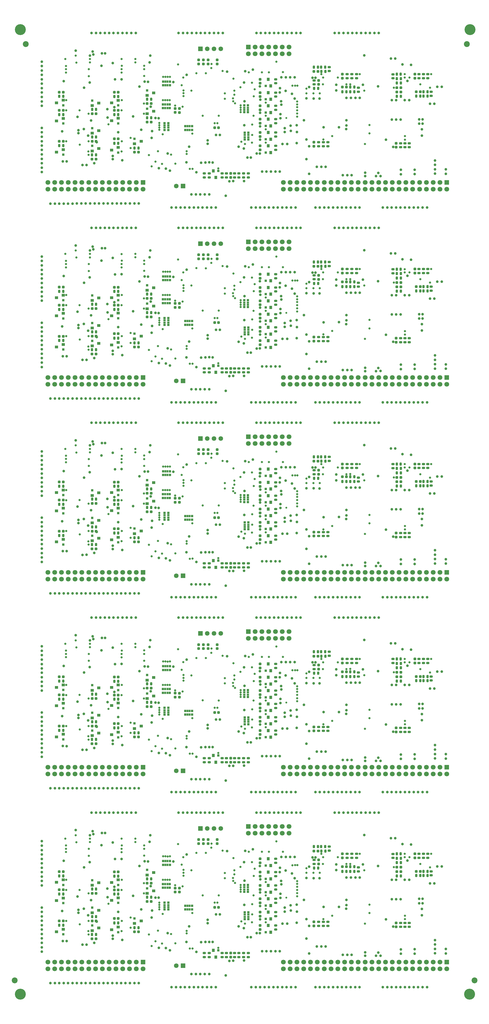
<source format=gbs>
G04*
G04 #@! TF.GenerationSoftware,Altium Limited,Altium Designer,25.3.3 (18)*
G04*
G04 Layer_Color=16711935*
%FSLAX44Y44*%
%MOMM*%
G71*
G04*
G04 #@! TF.SameCoordinates,C1B4E693-D7F7-4543-9357-B74F73BC7D76*
G04*
G04*
G04 #@! TF.FilePolarity,Negative*
G04*
G01*
G75*
%ADD29R,0.9000X0.9500*%
G04:AMPARAMS|DCode=40|XSize=1.0032mm|YSize=1.0032mm|CornerRadius=0.2216mm|HoleSize=0mm|Usage=FLASHONLY|Rotation=270.000|XOffset=0mm|YOffset=0mm|HoleType=Round|Shape=RoundedRectangle|*
%AMROUNDEDRECTD40*
21,1,1.0032,0.5600,0,0,270.0*
21,1,0.5600,1.0032,0,0,270.0*
1,1,0.4432,-0.2800,-0.2800*
1,1,0.4432,-0.2800,0.2800*
1,1,0.4432,0.2800,0.2800*
1,1,0.4432,0.2800,-0.2800*
%
%ADD40ROUNDEDRECTD40*%
%ADD41R,0.8432X0.9032*%
%ADD42R,0.7032X0.9032*%
G04:AMPARAMS|DCode=43|XSize=1.1032mm|YSize=0.8032mm|CornerRadius=0.1916mm|HoleSize=0mm|Usage=FLASHONLY|Rotation=0.000|XOffset=0mm|YOffset=0mm|HoleType=Round|Shape=RoundedRectangle|*
%AMROUNDEDRECTD43*
21,1,1.1032,0.4200,0,0,0.0*
21,1,0.7200,0.8032,0,0,0.0*
1,1,0.3832,0.3600,-0.2100*
1,1,0.3832,-0.3600,-0.2100*
1,1,0.3832,-0.3600,0.2100*
1,1,0.3832,0.3600,0.2100*
%
%ADD43ROUNDEDRECTD43*%
G04:AMPARAMS|DCode=45|XSize=1.0032mm|YSize=1.0032mm|CornerRadius=0.2216mm|HoleSize=0mm|Usage=FLASHONLY|Rotation=180.000|XOffset=0mm|YOffset=0mm|HoleType=Round|Shape=RoundedRectangle|*
%AMROUNDEDRECTD45*
21,1,1.0032,0.5600,0,0,180.0*
21,1,0.5600,1.0032,0,0,180.0*
1,1,0.4432,-0.2800,0.2800*
1,1,0.4432,0.2800,0.2800*
1,1,0.4432,0.2800,-0.2800*
1,1,0.4432,-0.2800,-0.2800*
%
%ADD45ROUNDEDRECTD45*%
%ADD48R,1.1032X1.1532*%
G04:AMPARAMS|DCode=51|XSize=1.1032mm|YSize=0.8032mm|CornerRadius=0.1916mm|HoleSize=0mm|Usage=FLASHONLY|Rotation=90.000|XOffset=0mm|YOffset=0mm|HoleType=Round|Shape=RoundedRectangle|*
%AMROUNDEDRECTD51*
21,1,1.1032,0.4200,0,0,90.0*
21,1,0.7200,0.8032,0,0,90.0*
1,1,0.3832,0.2100,0.3600*
1,1,0.3832,0.2100,-0.3600*
1,1,0.3832,-0.2100,-0.3600*
1,1,0.3832,-0.2100,0.3600*
%
%ADD51ROUNDEDRECTD51*%
%ADD52R,0.9032X0.8432*%
%ADD53R,0.9032X0.7032*%
%ADD59C,4.1000*%
%ADD60C,2.2000*%
%ADD61C,1.8082*%
%ADD62R,1.8082X1.8082*%
%ADD63C,1.7232*%
%ADD64R,1.7232X1.7232*%
%ADD65C,0.8032*%
%ADD66C,1.0032*%
%ADD67C,0.7032*%
%ADD81R,0.9500X0.9000*%
%ADD82R,1.1532X1.1032*%
D29*
X693390Y3093930D02*
D03*
X870740Y3162420D02*
D03*
Y3411790D02*
D03*
Y3262168D02*
D03*
Y3361916D02*
D03*
Y3212294D02*
D03*
Y3312042D02*
D03*
X693390Y2363930D02*
D03*
X870740Y2432420D02*
D03*
Y2681790D02*
D03*
Y2532168D02*
D03*
Y2631916D02*
D03*
Y2482294D02*
D03*
Y2582042D02*
D03*
X693390Y1633930D02*
D03*
X870740Y1702420D02*
D03*
Y1951790D02*
D03*
Y1802168D02*
D03*
Y1901916D02*
D03*
Y1752294D02*
D03*
Y1852042D02*
D03*
X693390Y903930D02*
D03*
X870740Y972420D02*
D03*
Y1221790D02*
D03*
Y1072168D02*
D03*
Y1171916D02*
D03*
Y1022294D02*
D03*
Y1122042D02*
D03*
X870740Y242420D02*
D03*
Y292294D02*
D03*
Y342168D02*
D03*
Y392042D02*
D03*
Y441916D02*
D03*
Y491790D02*
D03*
X693390Y173930D02*
D03*
D40*
X97100Y3204200D02*
D03*
X112100D02*
D03*
X220100Y3137800D02*
D03*
X235100D02*
D03*
X220400Y3204400D02*
D03*
X235400D02*
D03*
X97100Y3388600D02*
D03*
X112100D02*
D03*
X220400Y3307880D02*
D03*
X235400D02*
D03*
X112100Y3320800D02*
D03*
X97100D02*
D03*
X303570Y3387840D02*
D03*
X318570D02*
D03*
X303570Y3320320D02*
D03*
X318570D02*
D03*
X426510Y3276800D02*
D03*
X441510D02*
D03*
X426510Y3346120D02*
D03*
X441510D02*
D03*
X318570Y3213650D02*
D03*
X303570D02*
D03*
X394390Y3163780D02*
D03*
X379390D02*
D03*
X1158360Y3407680D02*
D03*
X1173360D02*
D03*
X1435220Y3390010D02*
D03*
X1450220D02*
D03*
X1362290Y3405564D02*
D03*
X1377290D02*
D03*
Y3389052D02*
D03*
X1362290D02*
D03*
X1051680Y3466100D02*
D03*
X1066680D02*
D03*
X694300Y3255200D02*
D03*
X679300D02*
D03*
X97100Y2474200D02*
D03*
X112100D02*
D03*
X220100Y2407800D02*
D03*
X235100D02*
D03*
X220400Y2474400D02*
D03*
X235400D02*
D03*
X97100Y2658600D02*
D03*
X112100D02*
D03*
X220400Y2577880D02*
D03*
X235400D02*
D03*
X112100Y2590800D02*
D03*
X97100D02*
D03*
X303570Y2657840D02*
D03*
X318570D02*
D03*
X303570Y2590320D02*
D03*
X318570D02*
D03*
X426510Y2546800D02*
D03*
X441510D02*
D03*
X426510Y2616120D02*
D03*
X441510D02*
D03*
X318570Y2483650D02*
D03*
X303570D02*
D03*
X394390Y2433780D02*
D03*
X379390D02*
D03*
X1158360Y2677680D02*
D03*
X1173360D02*
D03*
X1435220Y2660010D02*
D03*
X1450220D02*
D03*
X1362290Y2675564D02*
D03*
X1377290D02*
D03*
Y2659052D02*
D03*
X1362290D02*
D03*
X1051680Y2736100D02*
D03*
X1066680D02*
D03*
X694300Y2525200D02*
D03*
X679300D02*
D03*
X97100Y1744200D02*
D03*
X112100D02*
D03*
X220100Y1677800D02*
D03*
X235100D02*
D03*
X220400Y1744400D02*
D03*
X235400D02*
D03*
X97100Y1928600D02*
D03*
X112100D02*
D03*
X220400Y1847880D02*
D03*
X235400D02*
D03*
X112100Y1860800D02*
D03*
X97100D02*
D03*
X303570Y1927840D02*
D03*
X318570D02*
D03*
X303570Y1860320D02*
D03*
X318570D02*
D03*
X426510Y1816800D02*
D03*
X441510D02*
D03*
X426510Y1886120D02*
D03*
X441510D02*
D03*
X318570Y1753650D02*
D03*
X303570D02*
D03*
X394390Y1703780D02*
D03*
X379390D02*
D03*
X1158360Y1947680D02*
D03*
X1173360D02*
D03*
X1435220Y1930010D02*
D03*
X1450220D02*
D03*
X1362290Y1945564D02*
D03*
X1377290D02*
D03*
Y1929052D02*
D03*
X1362290D02*
D03*
X1051680Y2006100D02*
D03*
X1066680D02*
D03*
X694300Y1795200D02*
D03*
X679300D02*
D03*
X97100Y1014200D02*
D03*
X112100D02*
D03*
X220100Y947800D02*
D03*
X235100D02*
D03*
X220400Y1014400D02*
D03*
X235400D02*
D03*
X97100Y1198600D02*
D03*
X112100D02*
D03*
X220400Y1117880D02*
D03*
X235400D02*
D03*
X112100Y1130800D02*
D03*
X97100D02*
D03*
X303570Y1197840D02*
D03*
X318570D02*
D03*
X303570Y1130320D02*
D03*
X318570D02*
D03*
X426510Y1086800D02*
D03*
X441510D02*
D03*
X426510Y1156120D02*
D03*
X441510D02*
D03*
X318570Y1023650D02*
D03*
X303570D02*
D03*
X394390Y973780D02*
D03*
X379390D02*
D03*
X1158360Y1217680D02*
D03*
X1173360D02*
D03*
X1435220Y1200010D02*
D03*
X1450220D02*
D03*
X1362290Y1215564D02*
D03*
X1377290D02*
D03*
Y1199052D02*
D03*
X1362290D02*
D03*
X1051680Y1276100D02*
D03*
X1066680D02*
D03*
X694300Y1065200D02*
D03*
X679300D02*
D03*
X1377290Y485564D02*
D03*
X1362290D02*
D03*
Y469052D02*
D03*
X1377290D02*
D03*
X1450220Y470010D02*
D03*
X1435220D02*
D03*
X1173360Y487680D02*
D03*
X1158360D02*
D03*
X1066680Y546100D02*
D03*
X1051680D02*
D03*
X679300Y335200D02*
D03*
X694300D02*
D03*
X441510Y426120D02*
D03*
X426510D02*
D03*
X441510Y356800D02*
D03*
X426510D02*
D03*
X318570Y467840D02*
D03*
X303570D02*
D03*
X318570Y400320D02*
D03*
X303570D02*
D03*
X379390Y243780D02*
D03*
X394390D02*
D03*
X303570Y293650D02*
D03*
X318570D02*
D03*
X235100Y217800D02*
D03*
X220100D02*
D03*
X235400Y284400D02*
D03*
X220400D02*
D03*
X235400Y387880D02*
D03*
X220400D02*
D03*
X112100Y468600D02*
D03*
X97100D02*
D03*
Y400800D02*
D03*
X112100D02*
D03*
Y284200D02*
D03*
X97100D02*
D03*
D41*
X511700Y3414400D02*
D03*
X486300D02*
D03*
Y3428400D02*
D03*
X511700D02*
D03*
X485900Y3328600D02*
D03*
X511300D02*
D03*
Y3342600D02*
D03*
X485900D02*
D03*
X569440Y3247100D02*
D03*
X594840D02*
D03*
Y3261100D02*
D03*
X569440D02*
D03*
X511700Y2684400D02*
D03*
X486300D02*
D03*
Y2698400D02*
D03*
X511700D02*
D03*
X485900Y2598600D02*
D03*
X511300D02*
D03*
Y2612600D02*
D03*
X485900D02*
D03*
X569440Y2517100D02*
D03*
X594840D02*
D03*
Y2531100D02*
D03*
X569440D02*
D03*
X511700Y1954400D02*
D03*
X486300D02*
D03*
Y1968400D02*
D03*
X511700D02*
D03*
X485900Y1868600D02*
D03*
X511300D02*
D03*
Y1882600D02*
D03*
X485900D02*
D03*
X569440Y1787100D02*
D03*
X594840D02*
D03*
Y1801100D02*
D03*
X569440D02*
D03*
X511700Y1224400D02*
D03*
X486300D02*
D03*
Y1238400D02*
D03*
X511700D02*
D03*
X485900Y1138600D02*
D03*
X511300D02*
D03*
Y1152600D02*
D03*
X485900D02*
D03*
X569440Y1057100D02*
D03*
X594840D02*
D03*
Y1071100D02*
D03*
X569440D02*
D03*
X485900Y422600D02*
D03*
X511300D02*
D03*
Y408600D02*
D03*
X485900D02*
D03*
X569440Y341100D02*
D03*
X594840D02*
D03*
Y327100D02*
D03*
X569440D02*
D03*
X511700Y508400D02*
D03*
X486300D02*
D03*
Y494400D02*
D03*
X511700D02*
D03*
D42*
X503000Y3414400D02*
D03*
X495000D02*
D03*
Y3428400D02*
D03*
X503000D02*
D03*
X494600Y3328600D02*
D03*
X502600D02*
D03*
Y3342600D02*
D03*
X494600D02*
D03*
X578140Y3247100D02*
D03*
X586140D02*
D03*
Y3261100D02*
D03*
X578140D02*
D03*
X503000Y2684400D02*
D03*
X495000D02*
D03*
Y2698400D02*
D03*
X503000D02*
D03*
X494600Y2598600D02*
D03*
X502600D02*
D03*
Y2612600D02*
D03*
X494600D02*
D03*
X578140Y2517100D02*
D03*
X586140D02*
D03*
Y2531100D02*
D03*
X578140D02*
D03*
X503000Y1954400D02*
D03*
X495000D02*
D03*
Y1968400D02*
D03*
X503000D02*
D03*
X494600Y1868600D02*
D03*
X502600D02*
D03*
Y1882600D02*
D03*
X494600D02*
D03*
X578140Y1787100D02*
D03*
X586140D02*
D03*
Y1801100D02*
D03*
X578140D02*
D03*
X503000Y1224400D02*
D03*
X495000D02*
D03*
Y1238400D02*
D03*
X503000D02*
D03*
X494600Y1138600D02*
D03*
X502600D02*
D03*
Y1152600D02*
D03*
X494600D02*
D03*
X578140Y1057100D02*
D03*
X586140D02*
D03*
Y1071100D02*
D03*
X578140D02*
D03*
X494600Y422600D02*
D03*
X502600D02*
D03*
Y408600D02*
D03*
X494600D02*
D03*
X578140Y341100D02*
D03*
X586140D02*
D03*
Y327100D02*
D03*
X578140D02*
D03*
X503000Y508400D02*
D03*
X495000D02*
D03*
Y494400D02*
D03*
X503000D02*
D03*
D43*
X770680Y3068930D02*
D03*
Y3083930D02*
D03*
X754170Y3068930D02*
D03*
Y3083930D02*
D03*
X806240Y3068930D02*
D03*
Y3083930D02*
D03*
X788460Y3068930D02*
D03*
Y3083930D02*
D03*
X707800Y3068930D02*
D03*
Y3083930D02*
D03*
X724000D02*
D03*
Y3068930D02*
D03*
X640800Y3083930D02*
D03*
Y3068930D02*
D03*
X659000D02*
D03*
Y3083930D02*
D03*
X1408800Y3197100D02*
D03*
Y3182100D02*
D03*
X1211580Y3455710D02*
D03*
Y3440710D02*
D03*
X907880Y3237294D02*
D03*
Y3222294D02*
D03*
X1193800Y3455710D02*
D03*
Y3440710D02*
D03*
X1392633Y3197100D02*
D03*
Y3182100D02*
D03*
X1176020Y3455710D02*
D03*
Y3440710D02*
D03*
X1376467Y3197100D02*
D03*
Y3182100D02*
D03*
X1478280Y3455710D02*
D03*
Y3440710D02*
D03*
X1461770Y3455710D02*
D03*
Y3440710D02*
D03*
X907880Y3421790D02*
D03*
Y3436790D02*
D03*
X1217930Y3404900D02*
D03*
Y3389900D02*
D03*
X1445260Y3440710D02*
D03*
Y3455710D02*
D03*
X1490980Y3375010D02*
D03*
Y3390010D02*
D03*
X907880Y3272168D02*
D03*
Y3287168D02*
D03*
X1103770Y3186030D02*
D03*
Y3201030D02*
D03*
X1087260Y3186030D02*
D03*
Y3201030D02*
D03*
X1347800Y3440300D02*
D03*
Y3455300D02*
D03*
X907880Y3386916D02*
D03*
Y3371916D02*
D03*
X1069480Y3186030D02*
D03*
Y3201030D02*
D03*
X907880Y3337042D02*
D03*
Y3322042D02*
D03*
X1108710Y3482490D02*
D03*
Y3467490D02*
D03*
X1052080Y3432670D02*
D03*
Y3417670D02*
D03*
X907880Y3172420D02*
D03*
Y3187420D02*
D03*
X770680Y2338930D02*
D03*
Y2353930D02*
D03*
X754170Y2338930D02*
D03*
Y2353930D02*
D03*
X806240Y2338930D02*
D03*
Y2353930D02*
D03*
X788460Y2338930D02*
D03*
Y2353930D02*
D03*
X707800Y2338930D02*
D03*
Y2353930D02*
D03*
X724000D02*
D03*
Y2338930D02*
D03*
X640800Y2353930D02*
D03*
Y2338930D02*
D03*
X659000D02*
D03*
Y2353930D02*
D03*
X1408800Y2467100D02*
D03*
Y2452100D02*
D03*
X1211580Y2725710D02*
D03*
Y2710710D02*
D03*
X907880Y2507294D02*
D03*
Y2492294D02*
D03*
X1193800Y2725710D02*
D03*
Y2710710D02*
D03*
X1392633Y2467100D02*
D03*
Y2452100D02*
D03*
X1176020Y2725710D02*
D03*
Y2710710D02*
D03*
X1376467Y2467100D02*
D03*
Y2452100D02*
D03*
X1478280Y2725710D02*
D03*
Y2710710D02*
D03*
X1461770Y2725710D02*
D03*
Y2710710D02*
D03*
X907880Y2691790D02*
D03*
Y2706790D02*
D03*
X1217930Y2674900D02*
D03*
Y2659900D02*
D03*
X1445260Y2710710D02*
D03*
Y2725710D02*
D03*
X1490980Y2645010D02*
D03*
Y2660010D02*
D03*
X907880Y2542168D02*
D03*
Y2557168D02*
D03*
X1103770Y2456030D02*
D03*
Y2471030D02*
D03*
X1087260Y2456030D02*
D03*
Y2471030D02*
D03*
X1347800Y2710300D02*
D03*
Y2725300D02*
D03*
X907880Y2656916D02*
D03*
Y2641916D02*
D03*
X1069480Y2456030D02*
D03*
Y2471030D02*
D03*
X907880Y2607042D02*
D03*
Y2592042D02*
D03*
X1108710Y2752490D02*
D03*
Y2737490D02*
D03*
X1052080Y2702670D02*
D03*
Y2687670D02*
D03*
X907880Y2442420D02*
D03*
Y2457420D02*
D03*
X770680Y1608930D02*
D03*
Y1623930D02*
D03*
X754170Y1608930D02*
D03*
Y1623930D02*
D03*
X806240Y1608930D02*
D03*
Y1623930D02*
D03*
X788460Y1608930D02*
D03*
Y1623930D02*
D03*
X707800Y1608930D02*
D03*
Y1623930D02*
D03*
X724000D02*
D03*
Y1608930D02*
D03*
X640800Y1623930D02*
D03*
Y1608930D02*
D03*
X659000D02*
D03*
Y1623930D02*
D03*
X1408800Y1737100D02*
D03*
Y1722100D02*
D03*
X1211580Y1995710D02*
D03*
Y1980710D02*
D03*
X907880Y1777294D02*
D03*
Y1762294D02*
D03*
X1193800Y1995710D02*
D03*
Y1980710D02*
D03*
X1392633Y1737100D02*
D03*
Y1722100D02*
D03*
X1176020Y1995710D02*
D03*
Y1980710D02*
D03*
X1376467Y1737100D02*
D03*
Y1722100D02*
D03*
X1478280Y1995710D02*
D03*
Y1980710D02*
D03*
X1461770Y1995710D02*
D03*
Y1980710D02*
D03*
X907880Y1961790D02*
D03*
Y1976790D02*
D03*
X1217930Y1944900D02*
D03*
Y1929900D02*
D03*
X1445260Y1980710D02*
D03*
Y1995710D02*
D03*
X1490980Y1915010D02*
D03*
Y1930010D02*
D03*
X907880Y1812168D02*
D03*
Y1827168D02*
D03*
X1103770Y1726030D02*
D03*
Y1741030D02*
D03*
X1087260Y1726030D02*
D03*
Y1741030D02*
D03*
X1347800Y1980300D02*
D03*
Y1995300D02*
D03*
X907880Y1926916D02*
D03*
Y1911916D02*
D03*
X1069480Y1726030D02*
D03*
Y1741030D02*
D03*
X907880Y1877042D02*
D03*
Y1862042D02*
D03*
X1108710Y2022490D02*
D03*
Y2007490D02*
D03*
X1052080Y1972670D02*
D03*
Y1957670D02*
D03*
X907880Y1712420D02*
D03*
Y1727420D02*
D03*
X770680Y878930D02*
D03*
Y893930D02*
D03*
X754170Y878930D02*
D03*
Y893930D02*
D03*
X806240Y878930D02*
D03*
Y893930D02*
D03*
X788460Y878930D02*
D03*
Y893930D02*
D03*
X707800Y878930D02*
D03*
Y893930D02*
D03*
X724000D02*
D03*
Y878930D02*
D03*
X640800Y893930D02*
D03*
Y878930D02*
D03*
X659000D02*
D03*
Y893930D02*
D03*
X1408800Y1007100D02*
D03*
Y992100D02*
D03*
X1211580Y1265710D02*
D03*
Y1250710D02*
D03*
X907880Y1047294D02*
D03*
Y1032294D02*
D03*
X1193800Y1265710D02*
D03*
Y1250710D02*
D03*
X1392633Y1007100D02*
D03*
Y992100D02*
D03*
X1176020Y1265710D02*
D03*
Y1250710D02*
D03*
X1376467Y1007100D02*
D03*
Y992100D02*
D03*
X1478280Y1265710D02*
D03*
Y1250710D02*
D03*
X1461770Y1265710D02*
D03*
Y1250710D02*
D03*
X907880Y1231790D02*
D03*
Y1246790D02*
D03*
X1217930Y1214900D02*
D03*
Y1199900D02*
D03*
X1445260Y1250710D02*
D03*
Y1265710D02*
D03*
X1490980Y1185010D02*
D03*
Y1200010D02*
D03*
X907880Y1082168D02*
D03*
Y1097168D02*
D03*
X1103770Y996030D02*
D03*
Y1011030D02*
D03*
X1087260Y996030D02*
D03*
Y1011030D02*
D03*
X1347800Y1250300D02*
D03*
Y1265300D02*
D03*
X907880Y1196916D02*
D03*
Y1181916D02*
D03*
X1069480Y996030D02*
D03*
Y1011030D02*
D03*
X907880Y1147042D02*
D03*
Y1132042D02*
D03*
X1108710Y1292490D02*
D03*
Y1277490D02*
D03*
X1052080Y1242670D02*
D03*
Y1227670D02*
D03*
X907880Y982420D02*
D03*
Y997420D02*
D03*
X1347800Y535300D02*
D03*
Y520300D02*
D03*
X1445260Y535710D02*
D03*
Y520710D02*
D03*
X1461770D02*
D03*
Y535710D02*
D03*
X1478280Y520710D02*
D03*
Y535710D02*
D03*
X1490980Y470010D02*
D03*
Y455010D02*
D03*
X1376467Y262100D02*
D03*
Y277100D02*
D03*
X1392633Y262100D02*
D03*
Y277100D02*
D03*
X1408800Y262100D02*
D03*
Y277100D02*
D03*
X1217930Y469900D02*
D03*
Y484900D02*
D03*
X1176020Y520710D02*
D03*
Y535710D02*
D03*
X1193800Y520710D02*
D03*
Y535710D02*
D03*
X1211580Y520710D02*
D03*
Y535710D02*
D03*
X1108710Y547490D02*
D03*
Y562490D02*
D03*
X1052080Y497670D02*
D03*
Y512670D02*
D03*
X1069480Y281030D02*
D03*
Y266030D02*
D03*
X1087260Y281030D02*
D03*
Y266030D02*
D03*
X1103770Y281030D02*
D03*
Y266030D02*
D03*
X907880Y267420D02*
D03*
Y252420D02*
D03*
Y302294D02*
D03*
Y317294D02*
D03*
Y367168D02*
D03*
Y352168D02*
D03*
Y402042D02*
D03*
Y417042D02*
D03*
Y451916D02*
D03*
Y466916D02*
D03*
Y516790D02*
D03*
Y501790D02*
D03*
X707800Y163930D02*
D03*
Y148930D02*
D03*
X724000D02*
D03*
Y163930D02*
D03*
X754170D02*
D03*
Y148930D02*
D03*
X770680Y163930D02*
D03*
Y148930D02*
D03*
X788460Y163930D02*
D03*
Y148930D02*
D03*
X806240Y163930D02*
D03*
Y148930D02*
D03*
X659000Y163930D02*
D03*
Y148930D02*
D03*
X640800D02*
D03*
Y163930D02*
D03*
D45*
X688800Y3494300D02*
D03*
Y3509300D02*
D03*
X655200D02*
D03*
Y3494300D02*
D03*
X637333Y3509300D02*
D03*
Y3494300D02*
D03*
X547400Y3312300D02*
D03*
Y3327300D02*
D03*
X740200Y3083930D02*
D03*
Y3068930D02*
D03*
X850300Y3222294D02*
D03*
Y3237294D02*
D03*
X850300Y3187420D02*
D03*
Y3172420D02*
D03*
X1158240Y3455710D02*
D03*
Y3440710D02*
D03*
X1359800Y3197100D02*
D03*
Y3182100D02*
D03*
X1430020Y3440710D02*
D03*
Y3455710D02*
D03*
X850300Y3421790D02*
D03*
Y3436790D02*
D03*
Y3272168D02*
D03*
Y3287168D02*
D03*
X1051700Y3201030D02*
D03*
Y3186030D02*
D03*
X850300Y3371916D02*
D03*
Y3386916D02*
D03*
X850300Y3337042D02*
D03*
Y3322042D02*
D03*
X1068800Y3417600D02*
D03*
Y3432600D02*
D03*
X531600Y3312500D02*
D03*
Y3327500D02*
D03*
X619800Y3494300D02*
D03*
Y3509300D02*
D03*
X688800Y2764300D02*
D03*
Y2779300D02*
D03*
X655200D02*
D03*
Y2764300D02*
D03*
X637333Y2779300D02*
D03*
Y2764300D02*
D03*
X547400Y2582300D02*
D03*
Y2597300D02*
D03*
X740200Y2353930D02*
D03*
Y2338930D02*
D03*
X850300Y2492294D02*
D03*
Y2507294D02*
D03*
X850300Y2457420D02*
D03*
Y2442420D02*
D03*
X1158240Y2725710D02*
D03*
Y2710710D02*
D03*
X1359800Y2467100D02*
D03*
Y2452100D02*
D03*
X1430020Y2710710D02*
D03*
Y2725710D02*
D03*
X850300Y2691790D02*
D03*
Y2706790D02*
D03*
Y2542168D02*
D03*
Y2557168D02*
D03*
X1051700Y2471030D02*
D03*
Y2456030D02*
D03*
X850300Y2641916D02*
D03*
Y2656916D02*
D03*
X850300Y2607042D02*
D03*
Y2592042D02*
D03*
X1068800Y2687600D02*
D03*
Y2702600D02*
D03*
X531600Y2582500D02*
D03*
Y2597500D02*
D03*
X619800Y2764300D02*
D03*
Y2779300D02*
D03*
X688800Y2034300D02*
D03*
Y2049300D02*
D03*
X655200D02*
D03*
Y2034300D02*
D03*
X637333Y2049300D02*
D03*
Y2034300D02*
D03*
X547400Y1852300D02*
D03*
Y1867300D02*
D03*
X740200Y1623930D02*
D03*
Y1608930D02*
D03*
X850300Y1762294D02*
D03*
Y1777294D02*
D03*
X850300Y1727420D02*
D03*
Y1712420D02*
D03*
X1158240Y1995710D02*
D03*
Y1980710D02*
D03*
X1359800Y1737100D02*
D03*
Y1722100D02*
D03*
X1430020Y1980710D02*
D03*
Y1995710D02*
D03*
X850300Y1961790D02*
D03*
Y1976790D02*
D03*
Y1812168D02*
D03*
Y1827168D02*
D03*
X1051700Y1741030D02*
D03*
Y1726030D02*
D03*
X850300Y1911916D02*
D03*
Y1926916D02*
D03*
X850300Y1877042D02*
D03*
Y1862042D02*
D03*
X1068800Y1957600D02*
D03*
Y1972600D02*
D03*
X531600Y1852500D02*
D03*
Y1867500D02*
D03*
X619800Y2034300D02*
D03*
Y2049300D02*
D03*
X688800Y1304300D02*
D03*
Y1319300D02*
D03*
X655200D02*
D03*
Y1304300D02*
D03*
X637333Y1319300D02*
D03*
Y1304300D02*
D03*
X547400Y1122300D02*
D03*
Y1137300D02*
D03*
X740200Y893930D02*
D03*
Y878930D02*
D03*
X850300Y1032294D02*
D03*
Y1047294D02*
D03*
X850300Y997420D02*
D03*
Y982420D02*
D03*
X1158240Y1265710D02*
D03*
Y1250710D02*
D03*
X1359800Y1007100D02*
D03*
Y992100D02*
D03*
X1430020Y1250710D02*
D03*
Y1265710D02*
D03*
X850300Y1231790D02*
D03*
Y1246790D02*
D03*
Y1082168D02*
D03*
Y1097168D02*
D03*
X1051700Y1011030D02*
D03*
Y996030D02*
D03*
X850300Y1181916D02*
D03*
Y1196916D02*
D03*
X850300Y1147042D02*
D03*
Y1132042D02*
D03*
X1068800Y1227600D02*
D03*
Y1242600D02*
D03*
X531600Y1122500D02*
D03*
Y1137500D02*
D03*
X619800Y1304300D02*
D03*
Y1319300D02*
D03*
X1430020Y535710D02*
D03*
Y520710D02*
D03*
X1359800Y262100D02*
D03*
Y277100D02*
D03*
X1158240Y520710D02*
D03*
Y535710D02*
D03*
X1068800Y512600D02*
D03*
Y497600D02*
D03*
X1051700Y266030D02*
D03*
Y281030D02*
D03*
X850300Y252420D02*
D03*
Y267420D02*
D03*
X850300Y317294D02*
D03*
Y302294D02*
D03*
X850300Y367168D02*
D03*
Y352168D02*
D03*
Y402042D02*
D03*
Y417042D02*
D03*
X850300Y466916D02*
D03*
Y451916D02*
D03*
X850300Y516790D02*
D03*
Y501790D02*
D03*
X637333Y574300D02*
D03*
Y589300D02*
D03*
X619800D02*
D03*
Y574300D02*
D03*
X655200D02*
D03*
Y589300D02*
D03*
X688800D02*
D03*
Y574300D02*
D03*
X740200Y148930D02*
D03*
Y163930D02*
D03*
X531600Y407500D02*
D03*
Y392500D02*
D03*
X547400Y407300D02*
D03*
Y392300D02*
D03*
D48*
X674390Y3093930D02*
D03*
X683890Y3068930D02*
D03*
X889740Y3162420D02*
D03*
X880240Y3187420D02*
D03*
Y3436790D02*
D03*
X889740Y3411790D02*
D03*
Y3262168D02*
D03*
X880240Y3287168D02*
D03*
X889740Y3361916D02*
D03*
X880240Y3386916D02*
D03*
Y3237294D02*
D03*
X889740Y3212294D02*
D03*
X880240Y3337042D02*
D03*
X889740Y3312042D02*
D03*
X674390Y2363930D02*
D03*
X683890Y2338930D02*
D03*
X889740Y2432420D02*
D03*
X880240Y2457420D02*
D03*
Y2706790D02*
D03*
X889740Y2681790D02*
D03*
Y2532168D02*
D03*
X880240Y2557168D02*
D03*
X889740Y2631916D02*
D03*
X880240Y2656916D02*
D03*
Y2507294D02*
D03*
X889740Y2482294D02*
D03*
X880240Y2607042D02*
D03*
X889740Y2582042D02*
D03*
X674390Y1633930D02*
D03*
X683890Y1608930D02*
D03*
X889740Y1702420D02*
D03*
X880240Y1727420D02*
D03*
Y1976790D02*
D03*
X889740Y1951790D02*
D03*
Y1802168D02*
D03*
X880240Y1827168D02*
D03*
X889740Y1901916D02*
D03*
X880240Y1926916D02*
D03*
Y1777294D02*
D03*
X889740Y1752294D02*
D03*
X880240Y1877042D02*
D03*
X889740Y1852042D02*
D03*
X674390Y903930D02*
D03*
X683890Y878930D02*
D03*
X889740Y972420D02*
D03*
X880240Y997420D02*
D03*
Y1246790D02*
D03*
X889740Y1221790D02*
D03*
Y1072168D02*
D03*
X880240Y1097168D02*
D03*
X889740Y1171916D02*
D03*
X880240Y1196916D02*
D03*
Y1047294D02*
D03*
X889740Y1022294D02*
D03*
X880240Y1147042D02*
D03*
X889740Y1122042D02*
D03*
X880240Y267420D02*
D03*
X889740Y242420D02*
D03*
Y292294D02*
D03*
X880240Y317294D02*
D03*
Y367168D02*
D03*
X889740Y342168D02*
D03*
Y392042D02*
D03*
X880240Y417042D02*
D03*
Y466916D02*
D03*
X889740Y441916D02*
D03*
Y491790D02*
D03*
X880240Y516790D02*
D03*
X683890Y148930D02*
D03*
X674390Y173930D02*
D03*
D51*
X112100Y3188200D02*
D03*
X97100D02*
D03*
X235100Y3153800D02*
D03*
X220100D02*
D03*
X235400Y3220400D02*
D03*
X220400D02*
D03*
X112100Y3372600D02*
D03*
X97100D02*
D03*
X235400Y3323800D02*
D03*
X220400D02*
D03*
X97100Y3304800D02*
D03*
X112100D02*
D03*
X318570Y3372130D02*
D03*
X303570D02*
D03*
X318570Y3304810D02*
D03*
X303570D02*
D03*
X441510Y3292910D02*
D03*
X426510D02*
D03*
X441510Y3362230D02*
D03*
X426510D02*
D03*
X303570Y3197140D02*
D03*
X318570D02*
D03*
X379390Y3179020D02*
D03*
X394390D02*
D03*
X1202570Y3407680D02*
D03*
X1187570D02*
D03*
Y3389900D02*
D03*
X1202570D02*
D03*
X1173360Y3389900D02*
D03*
X1158360D02*
D03*
X1477010Y3390010D02*
D03*
X1462010D02*
D03*
X1476890Y3374210D02*
D03*
X1461890D02*
D03*
X1435220D02*
D03*
X1450220D02*
D03*
X1361900Y3455600D02*
D03*
X1376900D02*
D03*
X1362290Y3439088D02*
D03*
X1377290D02*
D03*
X1362290Y3422576D02*
D03*
X1377290D02*
D03*
Y3373040D02*
D03*
X1362290D02*
D03*
X1094620Y3466100D02*
D03*
X1079620D02*
D03*
X1093350Y3482610D02*
D03*
X1078350D02*
D03*
X1067080Y3402310D02*
D03*
X1052080D02*
D03*
X1051680Y3482610D02*
D03*
X1066680D02*
D03*
X112100Y2458200D02*
D03*
X97100D02*
D03*
X235100Y2423800D02*
D03*
X220100D02*
D03*
X235400Y2490400D02*
D03*
X220400D02*
D03*
X112100Y2642600D02*
D03*
X97100D02*
D03*
X235400Y2593800D02*
D03*
X220400D02*
D03*
X97100Y2574800D02*
D03*
X112100D02*
D03*
X318570Y2642130D02*
D03*
X303570D02*
D03*
X318570Y2574810D02*
D03*
X303570D02*
D03*
X441510Y2562910D02*
D03*
X426510D02*
D03*
X441510Y2632230D02*
D03*
X426510D02*
D03*
X303570Y2467140D02*
D03*
X318570D02*
D03*
X379390Y2449020D02*
D03*
X394390D02*
D03*
X1202570Y2677680D02*
D03*
X1187570D02*
D03*
Y2659900D02*
D03*
X1202570D02*
D03*
X1173360Y2659900D02*
D03*
X1158360D02*
D03*
X1477010Y2660010D02*
D03*
X1462010D02*
D03*
X1476890Y2644210D02*
D03*
X1461890D02*
D03*
X1435220D02*
D03*
X1450220D02*
D03*
X1361900Y2725600D02*
D03*
X1376900D02*
D03*
X1362290Y2709088D02*
D03*
X1377290D02*
D03*
X1362290Y2692576D02*
D03*
X1377290D02*
D03*
Y2643040D02*
D03*
X1362290D02*
D03*
X1094620Y2736100D02*
D03*
X1079620D02*
D03*
X1093350Y2752610D02*
D03*
X1078350D02*
D03*
X1067080Y2672310D02*
D03*
X1052080D02*
D03*
X1051680Y2752610D02*
D03*
X1066680D02*
D03*
X112100Y1728200D02*
D03*
X97100D02*
D03*
X235100Y1693800D02*
D03*
X220100D02*
D03*
X235400Y1760400D02*
D03*
X220400D02*
D03*
X112100Y1912600D02*
D03*
X97100D02*
D03*
X235400Y1863800D02*
D03*
X220400D02*
D03*
X97100Y1844800D02*
D03*
X112100D02*
D03*
X318570Y1912130D02*
D03*
X303570D02*
D03*
X318570Y1844810D02*
D03*
X303570D02*
D03*
X441510Y1832910D02*
D03*
X426510D02*
D03*
X441510Y1902230D02*
D03*
X426510D02*
D03*
X303570Y1737140D02*
D03*
X318570D02*
D03*
X379390Y1719020D02*
D03*
X394390D02*
D03*
X1202570Y1947680D02*
D03*
X1187570D02*
D03*
Y1929900D02*
D03*
X1202570D02*
D03*
X1173360Y1929900D02*
D03*
X1158360D02*
D03*
X1477010Y1930010D02*
D03*
X1462010D02*
D03*
X1476890Y1914210D02*
D03*
X1461890D02*
D03*
X1435220D02*
D03*
X1450220D02*
D03*
X1361900Y1995600D02*
D03*
X1376900D02*
D03*
X1362290Y1979088D02*
D03*
X1377290D02*
D03*
X1362290Y1962576D02*
D03*
X1377290D02*
D03*
Y1913040D02*
D03*
X1362290D02*
D03*
X1094620Y2006100D02*
D03*
X1079620D02*
D03*
X1093350Y2022610D02*
D03*
X1078350D02*
D03*
X1067080Y1942310D02*
D03*
X1052080D02*
D03*
X1051680Y2022610D02*
D03*
X1066680D02*
D03*
X112100Y998200D02*
D03*
X97100D02*
D03*
X235100Y963800D02*
D03*
X220100D02*
D03*
X235400Y1030400D02*
D03*
X220400D02*
D03*
X112100Y1182600D02*
D03*
X97100D02*
D03*
X235400Y1133800D02*
D03*
X220400D02*
D03*
X97100Y1114800D02*
D03*
X112100D02*
D03*
X318570Y1182130D02*
D03*
X303570D02*
D03*
X318570Y1114810D02*
D03*
X303570D02*
D03*
X441510Y1102910D02*
D03*
X426510D02*
D03*
X441510Y1172230D02*
D03*
X426510D02*
D03*
X303570Y1007140D02*
D03*
X318570D02*
D03*
X379390Y989020D02*
D03*
X394390D02*
D03*
X1202570Y1217680D02*
D03*
X1187570D02*
D03*
Y1199900D02*
D03*
X1202570D02*
D03*
X1173360Y1199900D02*
D03*
X1158360D02*
D03*
X1477010Y1200010D02*
D03*
X1462010D02*
D03*
X1476890Y1184210D02*
D03*
X1461890D02*
D03*
X1435220D02*
D03*
X1450220D02*
D03*
X1361900Y1265600D02*
D03*
X1376900D02*
D03*
X1362290Y1249088D02*
D03*
X1377290D02*
D03*
X1362290Y1232576D02*
D03*
X1377290D02*
D03*
Y1183040D02*
D03*
X1362290D02*
D03*
X1094620Y1276100D02*
D03*
X1079620D02*
D03*
X1093350Y1292610D02*
D03*
X1078350D02*
D03*
X1067080Y1212310D02*
D03*
X1052080D02*
D03*
X1051680Y1292610D02*
D03*
X1066680D02*
D03*
X1376900Y535600D02*
D03*
X1361900D02*
D03*
X1377290Y519088D02*
D03*
X1362290D02*
D03*
X1377290Y502576D02*
D03*
X1362290D02*
D03*
Y453040D02*
D03*
X1377290D02*
D03*
X1461890Y454210D02*
D03*
X1476890D02*
D03*
X1462010Y470010D02*
D03*
X1477010D02*
D03*
X1450220Y454210D02*
D03*
X1435220D02*
D03*
X1202570Y469900D02*
D03*
X1187570D02*
D03*
Y487680D02*
D03*
X1202570D02*
D03*
X1158360Y469900D02*
D03*
X1173360D02*
D03*
X1079620Y546100D02*
D03*
X1094620D02*
D03*
X1078350Y562610D02*
D03*
X1093350D02*
D03*
X1066680Y562610D02*
D03*
X1051680D02*
D03*
X1052080Y482310D02*
D03*
X1067080D02*
D03*
X426510Y442230D02*
D03*
X441510D02*
D03*
X426510Y372910D02*
D03*
X441510D02*
D03*
X303570Y452130D02*
D03*
X318570D02*
D03*
X303570Y384810D02*
D03*
X318570D02*
D03*
X394390Y259020D02*
D03*
X379390D02*
D03*
X318570Y277140D02*
D03*
X303570D02*
D03*
X220100Y233800D02*
D03*
X235100D02*
D03*
X220400Y300400D02*
D03*
X235400D02*
D03*
X220400Y403800D02*
D03*
X235400D02*
D03*
X97100Y452600D02*
D03*
X112100D02*
D03*
Y384800D02*
D03*
X97100D02*
D03*
Y268200D02*
D03*
X112100D02*
D03*
D52*
X790466Y3338900D02*
D03*
Y3313500D02*
D03*
X804466D02*
D03*
Y3338900D02*
D03*
X492000Y3247100D02*
D03*
Y3272500D02*
D03*
X506000D02*
D03*
Y3247100D02*
D03*
X806200Y3236700D02*
D03*
Y3211300D02*
D03*
X792200D02*
D03*
Y3236700D02*
D03*
X790466Y2608900D02*
D03*
Y2583500D02*
D03*
X804466D02*
D03*
Y2608900D02*
D03*
X492000Y2517100D02*
D03*
Y2542500D02*
D03*
X506000D02*
D03*
Y2517100D02*
D03*
X806200Y2506700D02*
D03*
Y2481300D02*
D03*
X792200D02*
D03*
Y2506700D02*
D03*
X790466Y1878900D02*
D03*
Y1853500D02*
D03*
X804466D02*
D03*
Y1878900D02*
D03*
X492000Y1787100D02*
D03*
Y1812500D02*
D03*
X506000D02*
D03*
Y1787100D02*
D03*
X806200Y1776700D02*
D03*
Y1751300D02*
D03*
X792200D02*
D03*
Y1776700D02*
D03*
X790466Y1148900D02*
D03*
Y1123500D02*
D03*
X804466D02*
D03*
Y1148900D02*
D03*
X492000Y1057100D02*
D03*
Y1082500D02*
D03*
X506000D02*
D03*
Y1057100D02*
D03*
X806200Y1046700D02*
D03*
Y1021300D02*
D03*
X792200D02*
D03*
Y1046700D02*
D03*
X804466Y418900D02*
D03*
Y393500D02*
D03*
X790466D02*
D03*
Y418900D02*
D03*
X792200Y316700D02*
D03*
Y291300D02*
D03*
X806200D02*
D03*
Y316700D02*
D03*
X506000Y327100D02*
D03*
Y352500D02*
D03*
X492000D02*
D03*
Y327100D02*
D03*
D53*
X790466Y3330200D02*
D03*
Y3322200D02*
D03*
X804466D02*
D03*
Y3330200D02*
D03*
X492000Y3255800D02*
D03*
Y3263800D02*
D03*
X506000D02*
D03*
Y3255800D02*
D03*
X806200Y3228000D02*
D03*
Y3220000D02*
D03*
X792200D02*
D03*
Y3228000D02*
D03*
X790466Y2600200D02*
D03*
Y2592200D02*
D03*
X804466D02*
D03*
Y2600200D02*
D03*
X492000Y2525800D02*
D03*
Y2533800D02*
D03*
X506000D02*
D03*
Y2525800D02*
D03*
X806200Y2498000D02*
D03*
Y2490000D02*
D03*
X792200D02*
D03*
Y2498000D02*
D03*
X790466Y1870200D02*
D03*
Y1862200D02*
D03*
X804466D02*
D03*
Y1870200D02*
D03*
X492000Y1795800D02*
D03*
Y1803800D02*
D03*
X506000D02*
D03*
Y1795800D02*
D03*
X806200Y1768000D02*
D03*
Y1760000D02*
D03*
X792200D02*
D03*
Y1768000D02*
D03*
X790466Y1140200D02*
D03*
Y1132200D02*
D03*
X804466D02*
D03*
Y1140200D02*
D03*
X492000Y1065800D02*
D03*
Y1073800D02*
D03*
X506000D02*
D03*
Y1065800D02*
D03*
X806200Y1038000D02*
D03*
Y1030000D02*
D03*
X792200D02*
D03*
Y1038000D02*
D03*
X804466Y410200D02*
D03*
Y402200D02*
D03*
X790466D02*
D03*
Y410200D02*
D03*
X792200Y308000D02*
D03*
Y300000D02*
D03*
X806200D02*
D03*
Y308000D02*
D03*
X506000Y335800D02*
D03*
Y343800D02*
D03*
X492000D02*
D03*
Y335800D02*
D03*
D59*
X-48351Y3622367D02*
D03*
X1636666D02*
D03*
X1634934Y10100D02*
D03*
X-48266D02*
D03*
D60*
X-28400Y3568400D02*
D03*
X1625000D02*
D03*
X1653110Y61800D02*
D03*
X-70000D02*
D03*
D61*
X1548870Y3024600D02*
D03*
X1523470D02*
D03*
Y3050000D02*
D03*
X1498070Y3024600D02*
D03*
Y3050000D02*
D03*
X1472670Y3024600D02*
D03*
Y3050000D02*
D03*
X1447270Y3024600D02*
D03*
X1421470D02*
D03*
Y3050000D02*
D03*
X1396070Y3024600D02*
D03*
Y3050000D02*
D03*
X1370670D02*
D03*
X1345270D02*
D03*
X1370670Y3024600D02*
D03*
X1345270D02*
D03*
X1447270Y3050000D02*
D03*
X1319470Y3024600D02*
D03*
Y3050000D02*
D03*
X1294070Y3024600D02*
D03*
Y3050000D02*
D03*
X1268670Y3024600D02*
D03*
Y3050000D02*
D03*
X1243270Y3024600D02*
D03*
X1217470D02*
D03*
Y3050000D02*
D03*
X1192070D02*
D03*
X1243270D02*
D03*
X1191870Y3024600D02*
D03*
X1166470D02*
D03*
Y3050000D02*
D03*
X1141070Y3024600D02*
D03*
Y3050000D02*
D03*
X1115670Y3024600D02*
D03*
Y3050000D02*
D03*
X1090270Y3024600D02*
D03*
X1064470D02*
D03*
Y3050000D02*
D03*
X1039070Y3024600D02*
D03*
Y3050000D02*
D03*
X1013670D02*
D03*
X988270D02*
D03*
X1013670Y3024600D02*
D03*
X988270D02*
D03*
X1090270Y3050000D02*
D03*
X962470Y3024600D02*
D03*
Y3050000D02*
D03*
X937070Y3024600D02*
D03*
Y3050000D02*
D03*
X105880D02*
D03*
X54680D02*
D03*
Y3024600D02*
D03*
X80080Y3050000D02*
D03*
Y3024600D02*
D03*
X105880D02*
D03*
X131280Y3050000D02*
D03*
Y3024600D02*
D03*
X156680Y3050000D02*
D03*
Y3024600D02*
D03*
X182080Y3050000D02*
D03*
Y3024600D02*
D03*
X309880Y3050000D02*
D03*
X207880Y3024600D02*
D03*
X233280D02*
D03*
X207880Y3050000D02*
D03*
X233280D02*
D03*
X258680D02*
D03*
Y3024600D02*
D03*
X284080Y3050000D02*
D03*
Y3024600D02*
D03*
X309880D02*
D03*
X335280Y3050000D02*
D03*
Y3024600D02*
D03*
X360680Y3050000D02*
D03*
Y3024600D02*
D03*
X386080Y3050000D02*
D03*
Y3024600D02*
D03*
X411480D02*
D03*
X805489Y3532490D02*
D03*
X830889D02*
D03*
Y3557890D02*
D03*
X856289Y3532490D02*
D03*
Y3557890D02*
D03*
X881689Y3532490D02*
D03*
Y3557890D02*
D03*
X907089Y3532490D02*
D03*
X932889D02*
D03*
Y3557890D02*
D03*
X958289Y3532490D02*
D03*
Y3557890D02*
D03*
X907089D02*
D03*
X1548870Y2294600D02*
D03*
X1523470D02*
D03*
Y2320000D02*
D03*
X1498070Y2294600D02*
D03*
Y2320000D02*
D03*
X1472670Y2294600D02*
D03*
Y2320000D02*
D03*
X1447270Y2294600D02*
D03*
X1421470D02*
D03*
Y2320000D02*
D03*
X1396070Y2294600D02*
D03*
Y2320000D02*
D03*
X1370670D02*
D03*
X1345270D02*
D03*
X1370670Y2294600D02*
D03*
X1345270D02*
D03*
X1447270Y2320000D02*
D03*
X1319470Y2294600D02*
D03*
Y2320000D02*
D03*
X1294070Y2294600D02*
D03*
Y2320000D02*
D03*
X1268670Y2294600D02*
D03*
Y2320000D02*
D03*
X1243270Y2294600D02*
D03*
X1217470D02*
D03*
Y2320000D02*
D03*
X1192070D02*
D03*
X1243270D02*
D03*
X1191870Y2294600D02*
D03*
X1166470D02*
D03*
Y2320000D02*
D03*
X1141070Y2294600D02*
D03*
Y2320000D02*
D03*
X1115670Y2294600D02*
D03*
Y2320000D02*
D03*
X1090270Y2294600D02*
D03*
X1064470D02*
D03*
Y2320000D02*
D03*
X1039070Y2294600D02*
D03*
Y2320000D02*
D03*
X1013670D02*
D03*
X988270D02*
D03*
X1013670Y2294600D02*
D03*
X988270D02*
D03*
X1090270Y2320000D02*
D03*
X962470Y2294600D02*
D03*
Y2320000D02*
D03*
X937070Y2294600D02*
D03*
Y2320000D02*
D03*
X105880D02*
D03*
X54680D02*
D03*
Y2294600D02*
D03*
X80080Y2320000D02*
D03*
Y2294600D02*
D03*
X105880D02*
D03*
X131280Y2320000D02*
D03*
Y2294600D02*
D03*
X156680Y2320000D02*
D03*
Y2294600D02*
D03*
X182080Y2320000D02*
D03*
Y2294600D02*
D03*
X309880Y2320000D02*
D03*
X207880Y2294600D02*
D03*
X233280D02*
D03*
X207880Y2320000D02*
D03*
X233280D02*
D03*
X258680D02*
D03*
Y2294600D02*
D03*
X284080Y2320000D02*
D03*
Y2294600D02*
D03*
X309880D02*
D03*
X335280Y2320000D02*
D03*
Y2294600D02*
D03*
X360680Y2320000D02*
D03*
Y2294600D02*
D03*
X386080Y2320000D02*
D03*
Y2294600D02*
D03*
X411480D02*
D03*
X805489Y2802490D02*
D03*
X830889D02*
D03*
Y2827890D02*
D03*
X856289Y2802490D02*
D03*
Y2827890D02*
D03*
X881689Y2802490D02*
D03*
Y2827890D02*
D03*
X907089Y2802490D02*
D03*
X932889D02*
D03*
Y2827890D02*
D03*
X958289Y2802490D02*
D03*
Y2827890D02*
D03*
X907089D02*
D03*
X1548870Y1564600D02*
D03*
X1523470D02*
D03*
Y1590000D02*
D03*
X1498070Y1564600D02*
D03*
Y1590000D02*
D03*
X1472670Y1564600D02*
D03*
Y1590000D02*
D03*
X1447270Y1564600D02*
D03*
X1421470D02*
D03*
Y1590000D02*
D03*
X1396070Y1564600D02*
D03*
Y1590000D02*
D03*
X1370670D02*
D03*
X1345270D02*
D03*
X1370670Y1564600D02*
D03*
X1345270D02*
D03*
X1447270Y1590000D02*
D03*
X1319470Y1564600D02*
D03*
Y1590000D02*
D03*
X1294070Y1564600D02*
D03*
Y1590000D02*
D03*
X1268670Y1564600D02*
D03*
Y1590000D02*
D03*
X1243270Y1564600D02*
D03*
X1217470D02*
D03*
Y1590000D02*
D03*
X1192070D02*
D03*
X1243270D02*
D03*
X1191870Y1564600D02*
D03*
X1166470D02*
D03*
Y1590000D02*
D03*
X1141070Y1564600D02*
D03*
Y1590000D02*
D03*
X1115670Y1564600D02*
D03*
Y1590000D02*
D03*
X1090270Y1564600D02*
D03*
X1064470D02*
D03*
Y1590000D02*
D03*
X1039070Y1564600D02*
D03*
Y1590000D02*
D03*
X1013670D02*
D03*
X988270D02*
D03*
X1013670Y1564600D02*
D03*
X988270D02*
D03*
X1090270Y1590000D02*
D03*
X962470Y1564600D02*
D03*
Y1590000D02*
D03*
X937070Y1564600D02*
D03*
Y1590000D02*
D03*
X105880D02*
D03*
X54680D02*
D03*
Y1564600D02*
D03*
X80080Y1590000D02*
D03*
Y1564600D02*
D03*
X105880D02*
D03*
X131280Y1590000D02*
D03*
Y1564600D02*
D03*
X156680Y1590000D02*
D03*
Y1564600D02*
D03*
X182080Y1590000D02*
D03*
Y1564600D02*
D03*
X309880Y1590000D02*
D03*
X207880Y1564600D02*
D03*
X233280D02*
D03*
X207880Y1590000D02*
D03*
X233280D02*
D03*
X258680D02*
D03*
Y1564600D02*
D03*
X284080Y1590000D02*
D03*
Y1564600D02*
D03*
X309880D02*
D03*
X335280Y1590000D02*
D03*
Y1564600D02*
D03*
X360680Y1590000D02*
D03*
Y1564600D02*
D03*
X386080Y1590000D02*
D03*
Y1564600D02*
D03*
X411480D02*
D03*
X805489Y2072490D02*
D03*
X830889D02*
D03*
Y2097890D02*
D03*
X856289Y2072490D02*
D03*
Y2097890D02*
D03*
X881689Y2072490D02*
D03*
Y2097890D02*
D03*
X907089Y2072490D02*
D03*
X932889D02*
D03*
Y2097890D02*
D03*
X958289Y2072490D02*
D03*
Y2097890D02*
D03*
X907089D02*
D03*
X1548870Y834600D02*
D03*
X1523470D02*
D03*
Y860000D02*
D03*
X1498070Y834600D02*
D03*
Y860000D02*
D03*
X1472670Y834600D02*
D03*
Y860000D02*
D03*
X1447270Y834600D02*
D03*
X1421470D02*
D03*
Y860000D02*
D03*
X1396070Y834600D02*
D03*
Y860000D02*
D03*
X1370670D02*
D03*
X1345270D02*
D03*
X1370670Y834600D02*
D03*
X1345270D02*
D03*
X1447270Y860000D02*
D03*
X1319470Y834600D02*
D03*
Y860000D02*
D03*
X1294070Y834600D02*
D03*
Y860000D02*
D03*
X1268670Y834600D02*
D03*
Y860000D02*
D03*
X1243270Y834600D02*
D03*
X1217470D02*
D03*
Y860000D02*
D03*
X1192070D02*
D03*
X1243270D02*
D03*
X1191870Y834600D02*
D03*
X1166470D02*
D03*
Y860000D02*
D03*
X1141070Y834600D02*
D03*
Y860000D02*
D03*
X1115670Y834600D02*
D03*
Y860000D02*
D03*
X1090270Y834600D02*
D03*
X1064470D02*
D03*
Y860000D02*
D03*
X1039070Y834600D02*
D03*
Y860000D02*
D03*
X1013670D02*
D03*
X988270D02*
D03*
X1013670Y834600D02*
D03*
X988270D02*
D03*
X1090270Y860000D02*
D03*
X962470Y834600D02*
D03*
Y860000D02*
D03*
X937070Y834600D02*
D03*
Y860000D02*
D03*
X105880D02*
D03*
X54680D02*
D03*
Y834600D02*
D03*
X80080Y860000D02*
D03*
Y834600D02*
D03*
X105880D02*
D03*
X131280Y860000D02*
D03*
Y834600D02*
D03*
X156680Y860000D02*
D03*
Y834600D02*
D03*
X182080Y860000D02*
D03*
Y834600D02*
D03*
X309880Y860000D02*
D03*
X207880Y834600D02*
D03*
X233280D02*
D03*
X207880Y860000D02*
D03*
X233280D02*
D03*
X258680D02*
D03*
Y834600D02*
D03*
X284080Y860000D02*
D03*
Y834600D02*
D03*
X309880D02*
D03*
X335280Y860000D02*
D03*
Y834600D02*
D03*
X360680Y860000D02*
D03*
Y834600D02*
D03*
X386080Y860000D02*
D03*
Y834600D02*
D03*
X411480D02*
D03*
X805489Y1342490D02*
D03*
X830889D02*
D03*
Y1367890D02*
D03*
X856289Y1342490D02*
D03*
Y1367890D02*
D03*
X881689Y1342490D02*
D03*
Y1367890D02*
D03*
X907089Y1342490D02*
D03*
X932889D02*
D03*
Y1367890D02*
D03*
X958289Y1342490D02*
D03*
Y1367890D02*
D03*
X907089D02*
D03*
X937070Y130000D02*
D03*
Y104600D02*
D03*
X962470Y130000D02*
D03*
Y104600D02*
D03*
X1090270Y130000D02*
D03*
X988270Y104600D02*
D03*
X1013670D02*
D03*
X988270Y130000D02*
D03*
X1013670D02*
D03*
X1039070D02*
D03*
Y104600D02*
D03*
X1064470Y130000D02*
D03*
Y104600D02*
D03*
X1090270D02*
D03*
X1115670Y130000D02*
D03*
Y104600D02*
D03*
X1141070Y130000D02*
D03*
Y104600D02*
D03*
X1166470Y130000D02*
D03*
Y104600D02*
D03*
X1191870D02*
D03*
X1243270Y130000D02*
D03*
X1192070D02*
D03*
X1217470D02*
D03*
Y104600D02*
D03*
X1243270D02*
D03*
X1268670Y130000D02*
D03*
Y104600D02*
D03*
X1294070Y130000D02*
D03*
Y104600D02*
D03*
X1319470Y130000D02*
D03*
Y104600D02*
D03*
X1447270Y130000D02*
D03*
X1345270Y104600D02*
D03*
X1370670D02*
D03*
X1345270Y130000D02*
D03*
X1370670D02*
D03*
X1396070D02*
D03*
Y104600D02*
D03*
X1421470Y130000D02*
D03*
Y104600D02*
D03*
X1447270D02*
D03*
X1472670Y130000D02*
D03*
Y104600D02*
D03*
X1498070Y130000D02*
D03*
Y104600D02*
D03*
X1523470Y130000D02*
D03*
Y104600D02*
D03*
X1548870D02*
D03*
X907089Y637890D02*
D03*
X958289D02*
D03*
Y612490D02*
D03*
X932889Y637890D02*
D03*
Y612490D02*
D03*
X907089D02*
D03*
X881689Y637890D02*
D03*
Y612490D02*
D03*
X856289Y637890D02*
D03*
Y612490D02*
D03*
X830889Y637890D02*
D03*
Y612490D02*
D03*
X805489D02*
D03*
X411480Y104600D02*
D03*
X386080D02*
D03*
Y130000D02*
D03*
X360680Y104600D02*
D03*
Y130000D02*
D03*
X335280Y104600D02*
D03*
Y130000D02*
D03*
X309880Y104600D02*
D03*
X284080D02*
D03*
Y130000D02*
D03*
X258680Y104600D02*
D03*
Y130000D02*
D03*
X233280D02*
D03*
X207880D02*
D03*
X233280Y104600D02*
D03*
X207880D02*
D03*
X309880Y130000D02*
D03*
X182080Y104600D02*
D03*
Y130000D02*
D03*
X156680Y104600D02*
D03*
Y130000D02*
D03*
X131280Y104600D02*
D03*
Y130000D02*
D03*
X105880Y104600D02*
D03*
X80080D02*
D03*
Y130000D02*
D03*
X54680Y104600D02*
D03*
Y130000D02*
D03*
X105880D02*
D03*
D62*
X1548870Y3050000D02*
D03*
X411480D02*
D03*
X805489Y3557890D02*
D03*
X1548870Y2320000D02*
D03*
X411480D02*
D03*
X805489Y2827890D02*
D03*
X1548870Y1590000D02*
D03*
X411480D02*
D03*
X805489Y2097890D02*
D03*
X1548870Y860000D02*
D03*
X411480D02*
D03*
X805489Y1367890D02*
D03*
X1548870Y130000D02*
D03*
X805489Y637890D02*
D03*
X411480Y130000D02*
D03*
D63*
X535940Y3036840D02*
D03*
X651600Y3551000D02*
D03*
X677000D02*
D03*
X702400D02*
D03*
X535940Y2306840D02*
D03*
X651600Y2821000D02*
D03*
X677000D02*
D03*
X702400D02*
D03*
X535940Y1576840D02*
D03*
X651600Y2091000D02*
D03*
X677000D02*
D03*
X702400D02*
D03*
X535940Y846840D02*
D03*
X651600Y1361000D02*
D03*
X677000D02*
D03*
X702400D02*
D03*
X535940Y116840D02*
D03*
X702400Y631000D02*
D03*
X677000D02*
D03*
X651600D02*
D03*
D64*
X561340Y3036840D02*
D03*
X626200Y3551000D02*
D03*
X561340Y2306840D02*
D03*
X626200Y2821000D02*
D03*
X561340Y1576840D02*
D03*
X626200Y2091000D02*
D03*
X561340Y846840D02*
D03*
X626200Y1361000D02*
D03*
X561340Y116840D02*
D03*
X626200Y631000D02*
D03*
D65*
X1486310Y3404910D02*
D03*
X1450220Y3417610D02*
D03*
X1490490Y3455710D02*
D03*
X1392800Y3223600D02*
D03*
Y3210800D02*
D03*
X1173360Y3417760D02*
D03*
X1187570Y3418000D02*
D03*
X1223400Y3455800D02*
D03*
X1085390Y3417610D02*
D03*
X1086010Y3443010D02*
D03*
X1079620Y3455710D02*
D03*
X1087260Y3211060D02*
D03*
X1119840Y3223760D02*
D03*
X988400Y3332600D02*
D03*
Y3297000D02*
D03*
Y3320600D02*
D03*
Y3342800D02*
D03*
Y3308400D02*
D03*
Y3353600D02*
D03*
X364480Y3179080D02*
D03*
X123120Y3204480D02*
D03*
X206932Y3307668D02*
D03*
X206920Y3204480D02*
D03*
Y3153680D02*
D03*
X331880Y3204480D02*
D03*
X331232Y3320367D02*
D03*
X331532Y3358467D02*
D03*
X415032Y3345768D02*
D03*
X414932Y3307668D02*
D03*
X207800Y3474400D02*
D03*
X331345Y3487055D02*
D03*
X330800Y3512400D02*
D03*
X330655Y3461655D02*
D03*
X415245Y3474355D02*
D03*
X415555Y3448955D02*
D03*
X382655Y3512455D02*
D03*
X364800Y3216800D02*
D03*
X331045Y3474355D02*
D03*
X330980Y3166380D02*
D03*
X207800Y3448600D02*
D03*
X212200Y3499600D02*
D03*
X206800Y3166000D02*
D03*
X173000Y3320600D02*
D03*
X174220Y3191780D02*
D03*
X574800Y3157400D02*
D03*
X559400Y3334020D02*
D03*
X212145Y3512455D02*
D03*
X123267Y3358467D02*
D03*
X123032Y3320367D02*
D03*
X122400Y3462200D02*
D03*
X122800Y3486800D02*
D03*
X120455Y3512455D02*
D03*
X122200Y3474600D02*
D03*
X158600Y3525400D02*
D03*
X511700Y3446100D02*
D03*
X486400D02*
D03*
X161800Y3499000D02*
D03*
X502900Y3358467D02*
D03*
X511400D02*
D03*
X494500D02*
D03*
X486100D02*
D03*
X494861Y3446106D02*
D03*
X503254Y3445754D02*
D03*
X472500Y3272700D02*
D03*
Y3264200D02*
D03*
Y3247300D02*
D03*
X382445Y3499755D02*
D03*
X458000Y3128400D02*
D03*
X667000Y3478800D02*
D03*
X482800Y3119800D02*
D03*
X574400Y3167000D02*
D03*
X718020Y3364020D02*
D03*
X562780Y3374020D02*
D03*
X562800Y3384800D02*
D03*
Y3395400D02*
D03*
X592600Y3394200D02*
D03*
X467450Y3167650D02*
D03*
X516550Y3154950D02*
D03*
X484600Y3231000D02*
D03*
X634520Y3300280D02*
D03*
X595600Y3233600D02*
D03*
X586200Y3101102D02*
D03*
X596400Y3101200D02*
D03*
X679400Y3272600D02*
D03*
X689520D02*
D03*
X694520Y3300200D02*
D03*
X1409610Y3443010D02*
D03*
X1391912D02*
D03*
Y3455600D02*
D03*
X1350800Y3405564D02*
D03*
X1141010Y3443010D02*
D03*
X532460Y3120660D02*
D03*
X472500Y3255800D02*
D03*
X433600Y3153200D02*
D03*
X443800Y3110400D02*
D03*
X718000Y3384000D02*
D03*
X749000Y3354200D02*
D03*
X792800Y3194400D02*
D03*
X779400Y3202600D02*
D03*
X748200Y3365600D02*
D03*
X753400Y3378800D02*
D03*
X756000Y3347000D02*
D03*
X777000Y3313700D02*
D03*
Y3322200D02*
D03*
Y3330600D02*
D03*
Y3339100D02*
D03*
X753400Y3393800D02*
D03*
X749600Y3439400D02*
D03*
X646800Y3459000D02*
D03*
X610800Y3459200D02*
D03*
X709000Y3467400D02*
D03*
X668200Y3494200D02*
D03*
X556240Y3414760D02*
D03*
X561800Y3443400D02*
D03*
X542200Y3492000D02*
D03*
X775800Y3407000D02*
D03*
X693600Y3103200D02*
D03*
X871000Y3299800D02*
D03*
X870800Y3349600D02*
D03*
Y3249200D02*
D03*
Y3199600D02*
D03*
X819600Y3199000D02*
D03*
X820000Y3228600D02*
D03*
X820200Y3267200D02*
D03*
X825600Y3299800D02*
D03*
X826000Y3373000D02*
D03*
X819200Y3424200D02*
D03*
X829353Y3399587D02*
D03*
X857000Y3463100D02*
D03*
X807800D02*
D03*
X882800Y3463000D02*
D03*
X935800Y3463200D02*
D03*
X910600Y3502400D02*
D03*
X415400Y3487400D02*
D03*
X980705Y3413047D02*
D03*
X970630Y3412915D02*
D03*
X989630Y3413115D02*
D03*
X1023200Y3401400D02*
D03*
X1049430Y3384315D02*
D03*
X1073030D02*
D03*
X1023630D02*
D03*
X1240591Y3394317D02*
D03*
X1259791Y3265317D02*
D03*
X1260000Y3233800D02*
D03*
X1242554Y3194160D02*
D03*
X281600Y3268400D02*
D03*
X531800Y3338000D02*
D03*
X1486310Y2674910D02*
D03*
X1450220Y2687610D02*
D03*
X1490490Y2725710D02*
D03*
X1392800Y2493600D02*
D03*
Y2480800D02*
D03*
X1173360Y2687760D02*
D03*
X1187570Y2688000D02*
D03*
X1223400Y2725800D02*
D03*
X1085390Y2687610D02*
D03*
X1086010Y2713010D02*
D03*
X1079620Y2725710D02*
D03*
X1087260Y2481060D02*
D03*
X1119840Y2493760D02*
D03*
X988400Y2602600D02*
D03*
Y2567000D02*
D03*
Y2590600D02*
D03*
Y2612800D02*
D03*
Y2578400D02*
D03*
Y2623600D02*
D03*
X364480Y2449080D02*
D03*
X123120Y2474480D02*
D03*
X206932Y2577668D02*
D03*
X206920Y2474480D02*
D03*
Y2423680D02*
D03*
X331880Y2474480D02*
D03*
X331232Y2590367D02*
D03*
X331532Y2628467D02*
D03*
X415032Y2615768D02*
D03*
X414932Y2577668D02*
D03*
X207800Y2744400D02*
D03*
X331345Y2757055D02*
D03*
X330800Y2782400D02*
D03*
X330655Y2731655D02*
D03*
X415245Y2744355D02*
D03*
X415555Y2718955D02*
D03*
X382655Y2782455D02*
D03*
X364800Y2486800D02*
D03*
X331045Y2744355D02*
D03*
X330980Y2436380D02*
D03*
X207800Y2718600D02*
D03*
X212200Y2769600D02*
D03*
X206800Y2436000D02*
D03*
X173000Y2590600D02*
D03*
X174220Y2461780D02*
D03*
X574800Y2427400D02*
D03*
X559400Y2604020D02*
D03*
X212145Y2782455D02*
D03*
X123267Y2628467D02*
D03*
X123032Y2590367D02*
D03*
X122400Y2732200D02*
D03*
X122800Y2756800D02*
D03*
X120455Y2782455D02*
D03*
X122200Y2744600D02*
D03*
X158600Y2795400D02*
D03*
X511700Y2716100D02*
D03*
X486400D02*
D03*
X161800Y2769000D02*
D03*
X502900Y2628467D02*
D03*
X511400D02*
D03*
X494500D02*
D03*
X486100D02*
D03*
X494861Y2716106D02*
D03*
X503254Y2715754D02*
D03*
X472500Y2542700D02*
D03*
Y2534200D02*
D03*
Y2517300D02*
D03*
X382445Y2769755D02*
D03*
X458000Y2398400D02*
D03*
X667000Y2748800D02*
D03*
X482800Y2389800D02*
D03*
X574400Y2437000D02*
D03*
X718020Y2634020D02*
D03*
X562780Y2644020D02*
D03*
X562800Y2654800D02*
D03*
Y2665400D02*
D03*
X592600Y2664200D02*
D03*
X467450Y2437650D02*
D03*
X516550Y2424950D02*
D03*
X484600Y2501000D02*
D03*
X634520Y2570280D02*
D03*
X595600Y2503600D02*
D03*
X586200Y2371102D02*
D03*
X596400Y2371200D02*
D03*
X679400Y2542600D02*
D03*
X689520D02*
D03*
X694520Y2570200D02*
D03*
X1409610Y2713010D02*
D03*
X1391912D02*
D03*
Y2725600D02*
D03*
X1350800Y2675564D02*
D03*
X1141010Y2713010D02*
D03*
X532460Y2390660D02*
D03*
X472500Y2525800D02*
D03*
X433600Y2423200D02*
D03*
X443800Y2380400D02*
D03*
X718000Y2654000D02*
D03*
X749000Y2624200D02*
D03*
X792800Y2464400D02*
D03*
X779400Y2472600D02*
D03*
X748200Y2635600D02*
D03*
X753400Y2648800D02*
D03*
X756000Y2617000D02*
D03*
X777000Y2583700D02*
D03*
Y2592200D02*
D03*
Y2600600D02*
D03*
Y2609100D02*
D03*
X753400Y2663800D02*
D03*
X749600Y2709400D02*
D03*
X646800Y2729000D02*
D03*
X610800Y2729200D02*
D03*
X709000Y2737400D02*
D03*
X668200Y2764200D02*
D03*
X556240Y2684760D02*
D03*
X561800Y2713400D02*
D03*
X542200Y2762000D02*
D03*
X775800Y2677000D02*
D03*
X693600Y2373200D02*
D03*
X871000Y2569800D02*
D03*
X870800Y2619600D02*
D03*
Y2519200D02*
D03*
Y2469600D02*
D03*
X819600Y2469000D02*
D03*
X820000Y2498600D02*
D03*
X820200Y2537200D02*
D03*
X825600Y2569800D02*
D03*
X826000Y2643000D02*
D03*
X819200Y2694200D02*
D03*
X829353Y2669587D02*
D03*
X857000Y2733100D02*
D03*
X807800D02*
D03*
X882800Y2733000D02*
D03*
X935800Y2733200D02*
D03*
X910600Y2772400D02*
D03*
X415400Y2757400D02*
D03*
X980705Y2683047D02*
D03*
X970630Y2682915D02*
D03*
X989630Y2683115D02*
D03*
X1023200Y2671400D02*
D03*
X1049430Y2654315D02*
D03*
X1073030D02*
D03*
X1023630D02*
D03*
X1240591Y2664317D02*
D03*
X1259791Y2535317D02*
D03*
X1260000Y2503800D02*
D03*
X1242554Y2464160D02*
D03*
X281600Y2538400D02*
D03*
X531800Y2608000D02*
D03*
X1486310Y1944910D02*
D03*
X1450220Y1957610D02*
D03*
X1490490Y1995710D02*
D03*
X1392800Y1763600D02*
D03*
Y1750800D02*
D03*
X1173360Y1957760D02*
D03*
X1187570Y1958000D02*
D03*
X1223400Y1995800D02*
D03*
X1085390Y1957610D02*
D03*
X1086010Y1983010D02*
D03*
X1079620Y1995710D02*
D03*
X1087260Y1751060D02*
D03*
X1119840Y1763760D02*
D03*
X988400Y1872600D02*
D03*
Y1837000D02*
D03*
Y1860600D02*
D03*
Y1882800D02*
D03*
Y1848400D02*
D03*
Y1893600D02*
D03*
X364480Y1719080D02*
D03*
X123120Y1744480D02*
D03*
X206933Y1847668D02*
D03*
X206920Y1744480D02*
D03*
Y1693680D02*
D03*
X331880Y1744480D02*
D03*
X331232Y1860367D02*
D03*
X331533Y1898468D02*
D03*
X415033Y1885768D02*
D03*
X414933Y1847668D02*
D03*
X207800Y2014400D02*
D03*
X331345Y2027055D02*
D03*
X330800Y2052400D02*
D03*
X330655Y2001655D02*
D03*
X415245Y2014355D02*
D03*
X415555Y1988955D02*
D03*
X382655Y2052455D02*
D03*
X364800Y1756800D02*
D03*
X331045Y2014355D02*
D03*
X330980Y1706380D02*
D03*
X207800Y1988600D02*
D03*
X212200Y2039600D02*
D03*
X206800Y1706000D02*
D03*
X173000Y1860600D02*
D03*
X174220Y1731780D02*
D03*
X574800Y1697400D02*
D03*
X559400Y1874020D02*
D03*
X212145Y2052455D02*
D03*
X123267Y1898468D02*
D03*
X123033Y1860367D02*
D03*
X122400Y2002200D02*
D03*
X122800Y2026800D02*
D03*
X120455Y2052455D02*
D03*
X122200Y2014600D02*
D03*
X158600Y2065400D02*
D03*
X511700Y1986100D02*
D03*
X486400D02*
D03*
X161800Y2039000D02*
D03*
X502900Y1898468D02*
D03*
X511400D02*
D03*
X494500D02*
D03*
X486100D02*
D03*
X494861Y1986106D02*
D03*
X503254Y1985754D02*
D03*
X472500Y1812700D02*
D03*
Y1804200D02*
D03*
Y1787300D02*
D03*
X382445Y2039755D02*
D03*
X458000Y1668400D02*
D03*
X667000Y2018800D02*
D03*
X482800Y1659800D02*
D03*
X574400Y1707000D02*
D03*
X718020Y1904020D02*
D03*
X562780Y1914020D02*
D03*
X562800Y1924800D02*
D03*
Y1935400D02*
D03*
X592600Y1934200D02*
D03*
X467450Y1707650D02*
D03*
X516550Y1694950D02*
D03*
X484600Y1771000D02*
D03*
X634520Y1840280D02*
D03*
X595600Y1773600D02*
D03*
X586200Y1641102D02*
D03*
X596400Y1641200D02*
D03*
X679400Y1812600D02*
D03*
X689520D02*
D03*
X694520Y1840200D02*
D03*
X1409610Y1983010D02*
D03*
X1391912D02*
D03*
Y1995600D02*
D03*
X1350800Y1945564D02*
D03*
X1141010Y1983010D02*
D03*
X532460Y1660660D02*
D03*
X472500Y1795800D02*
D03*
X433600Y1693200D02*
D03*
X443800Y1650400D02*
D03*
X718000Y1924000D02*
D03*
X749000Y1894200D02*
D03*
X792800Y1734400D02*
D03*
X779400Y1742600D02*
D03*
X748200Y1905600D02*
D03*
X753400Y1918800D02*
D03*
X756000Y1887000D02*
D03*
X777000Y1853700D02*
D03*
Y1862200D02*
D03*
Y1870600D02*
D03*
Y1879100D02*
D03*
X753400Y1933800D02*
D03*
X749600Y1979400D02*
D03*
X646800Y1999000D02*
D03*
X610800Y1999200D02*
D03*
X709000Y2007400D02*
D03*
X668200Y2034200D02*
D03*
X556240Y1954760D02*
D03*
X561800Y1983400D02*
D03*
X542200Y2032000D02*
D03*
X775800Y1947000D02*
D03*
X693600Y1643200D02*
D03*
X871000Y1839800D02*
D03*
X870800Y1889600D02*
D03*
Y1789200D02*
D03*
Y1739600D02*
D03*
X819600Y1739000D02*
D03*
X820000Y1768600D02*
D03*
X820200Y1807200D02*
D03*
X825600Y1839800D02*
D03*
X826000Y1913000D02*
D03*
X819200Y1964200D02*
D03*
X829353Y1939587D02*
D03*
X857000Y2003100D02*
D03*
X807800D02*
D03*
X882800Y2003000D02*
D03*
X935800Y2003200D02*
D03*
X910600Y2042400D02*
D03*
X415400Y2027400D02*
D03*
X980705Y1953047D02*
D03*
X970630Y1952915D02*
D03*
X989630Y1953115D02*
D03*
X1023200Y1941400D02*
D03*
X1049430Y1924315D02*
D03*
X1073030D02*
D03*
X1023630D02*
D03*
X1240591Y1934317D02*
D03*
X1259791Y1805317D02*
D03*
X1260000Y1773800D02*
D03*
X1242554Y1734160D02*
D03*
X281600Y1808400D02*
D03*
X531800Y1878000D02*
D03*
X1486310Y1214910D02*
D03*
X1450220Y1227610D02*
D03*
X1490490Y1265710D02*
D03*
X1392800Y1033600D02*
D03*
Y1020800D02*
D03*
X1173360Y1227760D02*
D03*
X1187570Y1228000D02*
D03*
X1223400Y1265800D02*
D03*
X1085390Y1227610D02*
D03*
X1086010Y1253010D02*
D03*
X1079620Y1265710D02*
D03*
X1087260Y1021060D02*
D03*
X1119840Y1033760D02*
D03*
X988400Y1142600D02*
D03*
Y1107000D02*
D03*
Y1130600D02*
D03*
Y1152800D02*
D03*
Y1118400D02*
D03*
Y1163600D02*
D03*
X364480Y989080D02*
D03*
X123120Y1014480D02*
D03*
X206933Y1117667D02*
D03*
X206920Y1014480D02*
D03*
Y963680D02*
D03*
X331880Y1014480D02*
D03*
X331232Y1130368D02*
D03*
X331533Y1168467D02*
D03*
X415033Y1155768D02*
D03*
X414933Y1117667D02*
D03*
X207800Y1284400D02*
D03*
X331345Y1297055D02*
D03*
X330800Y1322400D02*
D03*
X330655Y1271655D02*
D03*
X415245Y1284355D02*
D03*
X415555Y1258955D02*
D03*
X382655Y1322455D02*
D03*
X364800Y1026800D02*
D03*
X331045Y1284355D02*
D03*
X330980Y976380D02*
D03*
X207800Y1258600D02*
D03*
X212200Y1309600D02*
D03*
X206800Y976000D02*
D03*
X173000Y1130600D02*
D03*
X174220Y1001780D02*
D03*
X574800Y967400D02*
D03*
X559400Y1144020D02*
D03*
X212145Y1322455D02*
D03*
X123267Y1168467D02*
D03*
X123033Y1130368D02*
D03*
X122400Y1272200D02*
D03*
X122800Y1296800D02*
D03*
X120455Y1322455D02*
D03*
X122200Y1284600D02*
D03*
X158600Y1335400D02*
D03*
X511700Y1256100D02*
D03*
X486400D02*
D03*
X161800Y1309000D02*
D03*
X502900Y1168467D02*
D03*
X511400D02*
D03*
X494500D02*
D03*
X486100D02*
D03*
X494861Y1256106D02*
D03*
X503254Y1255754D02*
D03*
X472500Y1082700D02*
D03*
Y1074200D02*
D03*
Y1057300D02*
D03*
X382445Y1309755D02*
D03*
X458000Y938400D02*
D03*
X667000Y1288800D02*
D03*
X482800Y929800D02*
D03*
X574400Y977000D02*
D03*
X718020Y1174020D02*
D03*
X562780Y1184020D02*
D03*
X562800Y1194800D02*
D03*
Y1205400D02*
D03*
X592600Y1204200D02*
D03*
X467450Y977650D02*
D03*
X516550Y964950D02*
D03*
X484600Y1041000D02*
D03*
X634520Y1110280D02*
D03*
X595600Y1043600D02*
D03*
X586200Y911102D02*
D03*
X596400Y911200D02*
D03*
X679400Y1082600D02*
D03*
X689520D02*
D03*
X694520Y1110200D02*
D03*
X1409610Y1253010D02*
D03*
X1391912D02*
D03*
Y1265600D02*
D03*
X1350800Y1215564D02*
D03*
X1141010Y1253010D02*
D03*
X532460Y930660D02*
D03*
X472500Y1065800D02*
D03*
X433600Y963200D02*
D03*
X443800Y920400D02*
D03*
X718000Y1194000D02*
D03*
X749000Y1164200D02*
D03*
X792800Y1004400D02*
D03*
X779400Y1012600D02*
D03*
X748200Y1175600D02*
D03*
X753400Y1188800D02*
D03*
X756000Y1157000D02*
D03*
X777000Y1123700D02*
D03*
Y1132200D02*
D03*
Y1140600D02*
D03*
Y1149100D02*
D03*
X753400Y1203800D02*
D03*
X749600Y1249400D02*
D03*
X646800Y1269000D02*
D03*
X610800Y1269200D02*
D03*
X709000Y1277400D02*
D03*
X668200Y1304200D02*
D03*
X556240Y1224760D02*
D03*
X561800Y1253400D02*
D03*
X542200Y1302000D02*
D03*
X775800Y1217000D02*
D03*
X693600Y913200D02*
D03*
X871000Y1109800D02*
D03*
X870800Y1159600D02*
D03*
Y1059200D02*
D03*
Y1009600D02*
D03*
X819600Y1009000D02*
D03*
X820000Y1038600D02*
D03*
X820200Y1077200D02*
D03*
X825600Y1109800D02*
D03*
X826000Y1183000D02*
D03*
X819200Y1234200D02*
D03*
X829353Y1209587D02*
D03*
X857000Y1273100D02*
D03*
X807800D02*
D03*
X882800Y1273000D02*
D03*
X935800Y1273200D02*
D03*
X910600Y1312400D02*
D03*
X415400Y1297400D02*
D03*
X980705Y1223047D02*
D03*
X970630Y1222915D02*
D03*
X989630Y1223115D02*
D03*
X1023200Y1211400D02*
D03*
X1049430Y1194315D02*
D03*
X1073030D02*
D03*
X1023630D02*
D03*
X1240591Y1204317D02*
D03*
X1259791Y1075317D02*
D03*
X1260000Y1043800D02*
D03*
X1242554Y1004160D02*
D03*
X281600Y1078400D02*
D03*
X531800Y1148000D02*
D03*
X531800Y418000D02*
D03*
X281600Y348400D02*
D03*
X1242554Y274160D02*
D03*
X1260000Y313800D02*
D03*
X1259791Y345317D02*
D03*
X1240591Y474317D02*
D03*
X1023630Y464315D02*
D03*
X1073030D02*
D03*
X1049430D02*
D03*
X1023200Y481400D02*
D03*
X989630Y493115D02*
D03*
X970630Y492915D02*
D03*
X980705Y493047D02*
D03*
X415400Y567400D02*
D03*
X910600Y582400D02*
D03*
X935800Y543200D02*
D03*
X882800Y543000D02*
D03*
X807800Y543100D02*
D03*
X857000D02*
D03*
X829353Y479587D02*
D03*
X819200Y504200D02*
D03*
X826000Y453000D02*
D03*
X825600Y379800D02*
D03*
X820200Y347200D02*
D03*
X820000Y308600D02*
D03*
X819600Y279000D02*
D03*
X870800Y279600D02*
D03*
Y329200D02*
D03*
Y429600D02*
D03*
X871000Y379800D02*
D03*
X693600Y183200D02*
D03*
X775800Y487000D02*
D03*
X542200Y572000D02*
D03*
X561800Y523400D02*
D03*
X556240Y494760D02*
D03*
X668200Y574200D02*
D03*
X709000Y547400D02*
D03*
X610800Y539200D02*
D03*
X646800Y539000D02*
D03*
X749600Y519400D02*
D03*
X753400Y473800D02*
D03*
X777000Y419100D02*
D03*
Y410600D02*
D03*
Y402200D02*
D03*
Y393700D02*
D03*
X756000Y427000D02*
D03*
X753400Y458800D02*
D03*
X748200Y445600D02*
D03*
X779400Y282600D02*
D03*
X792800Y274400D02*
D03*
X749000Y434200D02*
D03*
X718000Y464000D02*
D03*
X443800Y190400D02*
D03*
X433600Y233200D02*
D03*
X472500Y335800D02*
D03*
X532460Y200660D02*
D03*
X1141010Y523010D02*
D03*
X1350800Y485564D02*
D03*
X1391912Y535600D02*
D03*
Y523010D02*
D03*
X1409610D02*
D03*
X694520Y380200D02*
D03*
X689520Y352600D02*
D03*
X679400D02*
D03*
X596400Y181200D02*
D03*
X586200Y181102D02*
D03*
X595600Y313600D02*
D03*
X634520Y380280D02*
D03*
X484600Y311000D02*
D03*
X516550Y234950D02*
D03*
X467450Y247650D02*
D03*
X592600Y474200D02*
D03*
X562800Y475400D02*
D03*
Y464800D02*
D03*
X562780Y454020D02*
D03*
X718020Y444020D02*
D03*
X574400Y247000D02*
D03*
X482800Y199800D02*
D03*
X667000Y558800D02*
D03*
X458000Y208400D02*
D03*
X382445Y579755D02*
D03*
X472500Y327300D02*
D03*
Y344200D02*
D03*
Y352700D02*
D03*
X503254Y525754D02*
D03*
X494862Y526106D02*
D03*
X486100Y438467D02*
D03*
X494500D02*
D03*
X511400D02*
D03*
X502900D02*
D03*
X161800Y579000D02*
D03*
X486400Y526100D02*
D03*
X511700D02*
D03*
X158600Y605400D02*
D03*
X122200Y554600D02*
D03*
X120455Y592455D02*
D03*
X122800Y566800D02*
D03*
X122400Y542200D02*
D03*
X123033Y400368D02*
D03*
X123267Y438467D02*
D03*
X212145Y592455D02*
D03*
X559400Y414020D02*
D03*
X574800Y237400D02*
D03*
X174220Y271780D02*
D03*
X173000Y400600D02*
D03*
X206800Y246000D02*
D03*
X212200Y579600D02*
D03*
X207800Y528600D02*
D03*
X330980Y246380D02*
D03*
X331045Y554355D02*
D03*
X364800Y296800D02*
D03*
X382655Y592455D02*
D03*
X415555Y528955D02*
D03*
X415245Y554355D02*
D03*
X330655Y541655D02*
D03*
X330800Y592400D02*
D03*
X331345Y567055D02*
D03*
X207800Y554400D02*
D03*
X414933Y387668D02*
D03*
X415033Y425768D02*
D03*
X331533Y438467D02*
D03*
X331232Y400368D02*
D03*
X331880Y284480D02*
D03*
X206920Y233680D02*
D03*
Y284480D02*
D03*
X206933Y387668D02*
D03*
X123120Y284480D02*
D03*
X364480Y259080D02*
D03*
X988400Y433600D02*
D03*
Y388400D02*
D03*
Y422800D02*
D03*
Y400600D02*
D03*
Y377000D02*
D03*
Y412600D02*
D03*
X1119840Y303760D02*
D03*
X1087260Y291060D02*
D03*
X1079620Y535710D02*
D03*
X1086010Y523010D02*
D03*
X1085390Y497610D02*
D03*
X1223400Y535800D02*
D03*
X1187570Y498000D02*
D03*
X1173360Y497760D02*
D03*
X1392800Y290800D02*
D03*
Y303600D02*
D03*
X1490490Y535710D02*
D03*
X1450220Y497610D02*
D03*
X1486310Y484910D02*
D03*
D66*
X1401600Y3430600D02*
D03*
X1456000Y3249400D02*
D03*
X1292200Y3410200D02*
D03*
X1033600Y3407400D02*
D03*
X1173400Y3283400D02*
D03*
X1014000D02*
D03*
X1033400Y3185600D02*
D03*
X1240400Y3526400D02*
D03*
X1321600Y3210000D02*
D03*
X443700Y3217400D02*
D03*
X512000Y3094600D02*
D03*
X404400Y3247800D02*
D03*
X190200Y3404800D02*
D03*
X189800Y3250000D02*
D03*
X212200Y3525400D02*
D03*
X228200Y3122400D02*
D03*
X611000Y3088600D02*
D03*
X802800Y3143200D02*
D03*
X769800Y3183800D02*
D03*
X438600Y3525600D02*
D03*
X1033800Y3082400D02*
D03*
X815200Y3143200D02*
D03*
X229815Y2971287D02*
D03*
X213215D02*
D03*
X196615D02*
D03*
X180015D02*
D03*
X163415D02*
D03*
X147200Y2971200D02*
D03*
X130600D02*
D03*
X114000D02*
D03*
X97400D02*
D03*
X80800D02*
D03*
X64200D02*
D03*
X395430Y2971375D02*
D03*
X378830D02*
D03*
X362230D02*
D03*
X345630D02*
D03*
X329030D02*
D03*
X312815Y2971287D02*
D03*
X296215D02*
D03*
X279615D02*
D03*
X263015D02*
D03*
X246415D02*
D03*
X982415Y2956687D02*
D03*
X965815D02*
D03*
X949215D02*
D03*
X932615D02*
D03*
X916015D02*
D03*
X899800D02*
D03*
X883200D02*
D03*
X866600D02*
D03*
X850000D02*
D03*
X833400D02*
D03*
X816800D02*
D03*
X684015D02*
D03*
X650815D02*
D03*
X634215D02*
D03*
X617615D02*
D03*
X601400D02*
D03*
X584800D02*
D03*
X568200D02*
D03*
X551600D02*
D03*
X535000D02*
D03*
X518400D02*
D03*
X1222615D02*
D03*
X1206015D02*
D03*
X1189415D02*
D03*
X1172815D02*
D03*
X1156215D02*
D03*
X1140000D02*
D03*
X1123400D02*
D03*
X1106800D02*
D03*
X1090200D02*
D03*
X1073600D02*
D03*
X1057000D02*
D03*
X1475215D02*
D03*
X1458615D02*
D03*
X1442015D02*
D03*
X1425415D02*
D03*
X1408815D02*
D03*
X1392600D02*
D03*
X1376000D02*
D03*
X1359400D02*
D03*
X1342800D02*
D03*
X1326200D02*
D03*
X1309600D02*
D03*
X32113Y3502815D02*
D03*
Y3486215D02*
D03*
Y3469615D02*
D03*
Y3453015D02*
D03*
Y3436415D02*
D03*
Y3420200D02*
D03*
Y3403600D02*
D03*
Y3387000D02*
D03*
Y3370400D02*
D03*
Y3353800D02*
D03*
Y3337200D02*
D03*
Y3254615D02*
D03*
Y3238015D02*
D03*
Y3221415D02*
D03*
Y3204815D02*
D03*
Y3188215D02*
D03*
Y3172000D02*
D03*
Y3155400D02*
D03*
Y3138800D02*
D03*
Y3122200D02*
D03*
Y3105600D02*
D03*
Y3089000D02*
D03*
X218185Y3610312D02*
D03*
X234785D02*
D03*
X251385D02*
D03*
X267985D02*
D03*
X284585D02*
D03*
X300800D02*
D03*
X317400D02*
D03*
X334000D02*
D03*
X350600D02*
D03*
X367200D02*
D03*
X383800D02*
D03*
X544385D02*
D03*
X560985D02*
D03*
X577585D02*
D03*
X594185D02*
D03*
X610785D02*
D03*
X627000D02*
D03*
X643600D02*
D03*
X660200D02*
D03*
X676800D02*
D03*
X693400D02*
D03*
X710000D02*
D03*
X835985D02*
D03*
X852585D02*
D03*
X869185D02*
D03*
X885785D02*
D03*
X902385D02*
D03*
X918600D02*
D03*
X935200D02*
D03*
X951800D02*
D03*
X968400D02*
D03*
X985000D02*
D03*
X1001600D02*
D03*
X1129185D02*
D03*
X1145785D02*
D03*
X1162385D02*
D03*
X1178985D02*
D03*
X1195585D02*
D03*
X1211800D02*
D03*
X1228400D02*
D03*
X1245000D02*
D03*
X1261600D02*
D03*
X1278200D02*
D03*
X1294800D02*
D03*
X979400Y3444000D02*
D03*
X962800D02*
D03*
X946200D02*
D03*
X929600D02*
D03*
X849200Y3410000D02*
D03*
X1173600Y3367000D02*
D03*
X1190200D02*
D03*
X1206800D02*
D03*
X1223400D02*
D03*
X849600Y3311200D02*
D03*
X851000Y3360000D02*
D03*
X850200Y3260000D02*
D03*
X849600Y3210400D02*
D03*
X849400Y3159000D02*
D03*
X923800Y3091200D02*
D03*
X907200D02*
D03*
X890600D02*
D03*
X874000D02*
D03*
X857400D02*
D03*
X1193000Y3077400D02*
D03*
X1176400D02*
D03*
X1159800D02*
D03*
X934000Y3194600D02*
D03*
X951200D02*
D03*
X964800Y3243200D02*
D03*
X964600Y3262600D02*
D03*
X987400Y3265000D02*
D03*
X987600Y3238800D02*
D03*
X987400Y3197400D02*
D03*
X1023800Y3138000D02*
D03*
Y3211000D02*
D03*
Y3365200D02*
D03*
X979800Y3364200D02*
D03*
X969200Y3382400D02*
D03*
X942000Y3254000D02*
D03*
X942200Y3239200D02*
D03*
X1062600Y3108800D02*
D03*
X1079200D02*
D03*
X1095800D02*
D03*
X788800Y3177600D02*
D03*
X837200Y3158400D02*
D03*
X790200Y3264600D02*
D03*
X926000Y3290800D02*
D03*
X925905Y3305847D02*
D03*
X929105Y3341647D02*
D03*
X928505Y3354447D02*
D03*
X923505Y3387247D02*
D03*
X924305Y3403447D02*
D03*
X945705Y3393447D02*
D03*
X1046400Y3442600D02*
D03*
X1057600D02*
D03*
X1050591Y3364517D02*
D03*
X1072391Y3364317D02*
D03*
X1135005Y3394676D02*
D03*
X1134991Y3416317D02*
D03*
X1235191D02*
D03*
X1173000Y3263600D02*
D03*
X1172600Y3249800D02*
D03*
X1145200Y3257000D02*
D03*
X1284400Y3073800D02*
D03*
X1300800Y3074000D02*
D03*
X1292600Y3085600D02*
D03*
X1243800Y3073800D02*
D03*
X1244000Y3086400D02*
D03*
X1087800Y3256600D02*
D03*
X1348800Y3183400D02*
D03*
X1343200Y3285800D02*
D03*
X1359800D02*
D03*
X1376400D02*
D03*
X1446000Y3287000D02*
D03*
Y3270400D02*
D03*
X1459000D02*
D03*
Y3287000D02*
D03*
X1428600Y3098200D02*
D03*
Y3081600D02*
D03*
X1504800Y3099600D02*
D03*
Y3083000D02*
D03*
X1377600Y3097800D02*
D03*
Y3081200D02*
D03*
X1546000Y3099200D02*
D03*
Y3082600D02*
D03*
X1456335Y3225930D02*
D03*
X1504800Y3116048D02*
D03*
Y3132648D02*
D03*
X1502908Y3344976D02*
D03*
X1486308D02*
D03*
X1392091Y3358224D02*
D03*
X1408691D02*
D03*
X1343291D02*
D03*
X1359891D02*
D03*
X1513691Y3408624D02*
D03*
X1530291D02*
D03*
X1339691Y3514224D02*
D03*
X1356291D02*
D03*
X1415858Y3490549D02*
D03*
X1382858Y3492349D02*
D03*
X790058Y3424549D02*
D03*
X791058Y3354749D02*
D03*
X667415Y2956687D02*
D03*
X642400Y3005400D02*
D03*
X592600D02*
D03*
X609200D02*
D03*
X625800D02*
D03*
X659000D02*
D03*
X721458Y3000149D02*
D03*
X749218Y3055244D02*
D03*
X735018Y3054844D02*
D03*
X790000Y3055800D02*
D03*
X629200Y3124400D02*
D03*
X645000Y3125200D02*
D03*
X659400Y3125600D02*
D03*
X653600Y3208200D02*
D03*
X653400Y3195600D02*
D03*
X685200Y3228600D02*
D03*
X699400D02*
D03*
X793600Y3466600D02*
D03*
X822400Y3472800D02*
D03*
X726200Y3465600D02*
D03*
X655200Y3509300D02*
D03*
X574600Y3453400D02*
D03*
X524600Y3426600D02*
D03*
X440400Y3334400D02*
D03*
X457800Y3291800D02*
D03*
X469400Y3291200D02*
D03*
X417000Y3427800D02*
D03*
X429600Y3427200D02*
D03*
X445200Y3243000D02*
D03*
X503600Y3159000D02*
D03*
X584400Y3184200D02*
D03*
X573800Y3125400D02*
D03*
X470400Y3103800D02*
D03*
X496800Y3102400D02*
D03*
X330600Y3436600D02*
D03*
X435800Y3500400D02*
D03*
X255800Y3487600D02*
D03*
X257400Y3534000D02*
D03*
X297800Y3497800D02*
D03*
X277600Y3325000D02*
D03*
X278800Y3293600D02*
D03*
X373800Y3298000D02*
D03*
X317800Y3238200D02*
D03*
X297800Y3137200D02*
D03*
Y3149600D02*
D03*
X333400Y3133400D02*
D03*
X304000Y3332000D02*
D03*
X306000Y3436200D02*
D03*
X222190Y3540300D02*
D03*
X225400Y3529800D02*
D03*
X268800Y3534000D02*
D03*
X159000Y3544400D02*
D03*
X165600Y3296000D02*
D03*
X168800Y3246000D02*
D03*
X211800Y3424800D02*
D03*
X216600Y3282400D02*
D03*
X238000Y3201400D02*
D03*
X205400Y3225400D02*
D03*
X111000Y3129400D02*
D03*
X125400Y3129200D02*
D03*
X184400Y3115400D02*
D03*
X199400Y3115600D02*
D03*
X108600Y3241400D02*
D03*
X114000Y3429600D02*
D03*
X169000Y3234800D02*
D03*
X672000Y3125200D02*
D03*
X398130Y3409800D02*
D03*
X1401600Y2700600D02*
D03*
X1456000Y2519400D02*
D03*
X1292200Y2680200D02*
D03*
X1033600Y2677400D02*
D03*
X1173400Y2553400D02*
D03*
X1014000D02*
D03*
X1033400Y2455600D02*
D03*
X1240400Y2796400D02*
D03*
X1321600Y2480000D02*
D03*
X443700Y2487400D02*
D03*
X512000Y2364600D02*
D03*
X404400Y2517800D02*
D03*
X190200Y2674800D02*
D03*
X189800Y2520000D02*
D03*
X212200Y2795400D02*
D03*
X228200Y2392400D02*
D03*
X611000Y2358600D02*
D03*
X802800Y2413200D02*
D03*
X769800Y2453800D02*
D03*
X438600Y2795600D02*
D03*
X1033800Y2352400D02*
D03*
X815200Y2413200D02*
D03*
X229815Y2241287D02*
D03*
X213215D02*
D03*
X196615D02*
D03*
X180015D02*
D03*
X163415D02*
D03*
X147200Y2241200D02*
D03*
X130600D02*
D03*
X114000D02*
D03*
X97400D02*
D03*
X80800D02*
D03*
X64200D02*
D03*
X395430Y2241375D02*
D03*
X378830D02*
D03*
X362230D02*
D03*
X345630D02*
D03*
X329030D02*
D03*
X312815Y2241287D02*
D03*
X296215D02*
D03*
X279615D02*
D03*
X263015D02*
D03*
X246415D02*
D03*
X982415Y2226687D02*
D03*
X965815D02*
D03*
X949215D02*
D03*
X932615D02*
D03*
X916015D02*
D03*
X899800D02*
D03*
X883200D02*
D03*
X866600D02*
D03*
X850000D02*
D03*
X833400D02*
D03*
X816800D02*
D03*
X684015D02*
D03*
X650815D02*
D03*
X634215D02*
D03*
X617615D02*
D03*
X601400D02*
D03*
X584800D02*
D03*
X568200D02*
D03*
X551600D02*
D03*
X535000D02*
D03*
X518400D02*
D03*
X1222615D02*
D03*
X1206015D02*
D03*
X1189415D02*
D03*
X1172815D02*
D03*
X1156215D02*
D03*
X1140000D02*
D03*
X1123400D02*
D03*
X1106800D02*
D03*
X1090200D02*
D03*
X1073600D02*
D03*
X1057000D02*
D03*
X1475215D02*
D03*
X1458615D02*
D03*
X1442015D02*
D03*
X1425415D02*
D03*
X1408815D02*
D03*
X1392600D02*
D03*
X1376000D02*
D03*
X1359400D02*
D03*
X1342800D02*
D03*
X1326200D02*
D03*
X1309600D02*
D03*
X32113Y2772815D02*
D03*
Y2756215D02*
D03*
Y2739615D02*
D03*
Y2723015D02*
D03*
Y2706415D02*
D03*
Y2690200D02*
D03*
Y2673600D02*
D03*
Y2657000D02*
D03*
Y2640400D02*
D03*
Y2623800D02*
D03*
Y2607200D02*
D03*
Y2524615D02*
D03*
Y2508015D02*
D03*
Y2491415D02*
D03*
Y2474815D02*
D03*
Y2458215D02*
D03*
Y2442000D02*
D03*
Y2425400D02*
D03*
Y2408800D02*
D03*
Y2392200D02*
D03*
Y2375600D02*
D03*
Y2359000D02*
D03*
X218185Y2880313D02*
D03*
X234785D02*
D03*
X251385D02*
D03*
X267985D02*
D03*
X284585D02*
D03*
X300800D02*
D03*
X317400D02*
D03*
X334000D02*
D03*
X350600D02*
D03*
X367200D02*
D03*
X383800D02*
D03*
X544385D02*
D03*
X560985D02*
D03*
X577585D02*
D03*
X594185D02*
D03*
X610785D02*
D03*
X627000D02*
D03*
X643600D02*
D03*
X660200D02*
D03*
X676800D02*
D03*
X693400D02*
D03*
X710000D02*
D03*
X835985D02*
D03*
X852585D02*
D03*
X869185D02*
D03*
X885785D02*
D03*
X902385D02*
D03*
X918600D02*
D03*
X935200D02*
D03*
X951800D02*
D03*
X968400D02*
D03*
X985000D02*
D03*
X1001600D02*
D03*
X1129185D02*
D03*
X1145785D02*
D03*
X1162385D02*
D03*
X1178985D02*
D03*
X1195585D02*
D03*
X1211800D02*
D03*
X1228400D02*
D03*
X1245000D02*
D03*
X1261600D02*
D03*
X1278200D02*
D03*
X1294800D02*
D03*
X979400Y2714000D02*
D03*
X962800D02*
D03*
X946200D02*
D03*
X929600D02*
D03*
X849200Y2680000D02*
D03*
X1173600Y2637000D02*
D03*
X1190200D02*
D03*
X1206800D02*
D03*
X1223400D02*
D03*
X849600Y2581200D02*
D03*
X851000Y2630000D02*
D03*
X850200Y2530000D02*
D03*
X849600Y2480400D02*
D03*
X849400Y2429000D02*
D03*
X923800Y2361200D02*
D03*
X907200D02*
D03*
X890600D02*
D03*
X874000D02*
D03*
X857400D02*
D03*
X1193000Y2347400D02*
D03*
X1176400D02*
D03*
X1159800D02*
D03*
X934000Y2464600D02*
D03*
X951200D02*
D03*
X964800Y2513200D02*
D03*
X964600Y2532600D02*
D03*
X987400Y2535000D02*
D03*
X987600Y2508800D02*
D03*
X987400Y2467400D02*
D03*
X1023800Y2408000D02*
D03*
Y2481000D02*
D03*
Y2635200D02*
D03*
X979800Y2634200D02*
D03*
X969200Y2652400D02*
D03*
X942000Y2524000D02*
D03*
X942200Y2509200D02*
D03*
X1062600Y2378800D02*
D03*
X1079200D02*
D03*
X1095800D02*
D03*
X788800Y2447600D02*
D03*
X837200Y2428400D02*
D03*
X790200Y2534600D02*
D03*
X926000Y2560800D02*
D03*
X925905Y2575847D02*
D03*
X929105Y2611647D02*
D03*
X928505Y2624447D02*
D03*
X923505Y2657247D02*
D03*
X924305Y2673447D02*
D03*
X945705Y2663447D02*
D03*
X1046400Y2712600D02*
D03*
X1057600D02*
D03*
X1050591Y2634517D02*
D03*
X1072391Y2634317D02*
D03*
X1135005Y2664676D02*
D03*
X1134991Y2686317D02*
D03*
X1235191D02*
D03*
X1173000Y2533600D02*
D03*
X1172600Y2519800D02*
D03*
X1145200Y2527000D02*
D03*
X1284400Y2343800D02*
D03*
X1300800Y2344000D02*
D03*
X1292600Y2355600D02*
D03*
X1243800Y2343800D02*
D03*
X1244000Y2356400D02*
D03*
X1087800Y2526600D02*
D03*
X1348800Y2453400D02*
D03*
X1343200Y2555800D02*
D03*
X1359800D02*
D03*
X1376400D02*
D03*
X1446000Y2557000D02*
D03*
Y2540400D02*
D03*
X1459000D02*
D03*
Y2557000D02*
D03*
X1428600Y2368200D02*
D03*
Y2351600D02*
D03*
X1504800Y2369600D02*
D03*
Y2353000D02*
D03*
X1377600Y2367800D02*
D03*
Y2351200D02*
D03*
X1546000Y2369200D02*
D03*
Y2352600D02*
D03*
X1456335Y2495930D02*
D03*
X1504800Y2386048D02*
D03*
Y2402648D02*
D03*
X1502908Y2614976D02*
D03*
X1486308D02*
D03*
X1392091Y2628224D02*
D03*
X1408691D02*
D03*
X1343291D02*
D03*
X1359891D02*
D03*
X1513691Y2678624D02*
D03*
X1530291D02*
D03*
X1339691Y2784225D02*
D03*
X1356291D02*
D03*
X1415858Y2760549D02*
D03*
X1382858Y2762349D02*
D03*
X790058Y2694549D02*
D03*
X791058Y2624749D02*
D03*
X667415Y2226687D02*
D03*
X642400Y2275400D02*
D03*
X592600D02*
D03*
X609200D02*
D03*
X625800D02*
D03*
X659000D02*
D03*
X721458Y2270149D02*
D03*
X749218Y2325244D02*
D03*
X735018Y2324844D02*
D03*
X790000Y2325800D02*
D03*
X629200Y2394400D02*
D03*
X645000Y2395200D02*
D03*
X659400Y2395600D02*
D03*
X653600Y2478200D02*
D03*
X653400Y2465600D02*
D03*
X685200Y2498600D02*
D03*
X699400D02*
D03*
X793600Y2736600D02*
D03*
X822400Y2742800D02*
D03*
X726200Y2735600D02*
D03*
X655200Y2779300D02*
D03*
X574600Y2723400D02*
D03*
X524600Y2696600D02*
D03*
X440400Y2604400D02*
D03*
X457800Y2561800D02*
D03*
X469400Y2561200D02*
D03*
X417000Y2697800D02*
D03*
X429600Y2697200D02*
D03*
X445200Y2513000D02*
D03*
X503600Y2429000D02*
D03*
X584400Y2454200D02*
D03*
X573800Y2395400D02*
D03*
X470400Y2373800D02*
D03*
X496800Y2372400D02*
D03*
X330600Y2706600D02*
D03*
X435800Y2770400D02*
D03*
X255800Y2757600D02*
D03*
X257400Y2804000D02*
D03*
X297800Y2767800D02*
D03*
X277600Y2595000D02*
D03*
X278800Y2563600D02*
D03*
X373800Y2568000D02*
D03*
X317800Y2508200D02*
D03*
X297800Y2407200D02*
D03*
Y2419600D02*
D03*
X333400Y2403400D02*
D03*
X304000Y2602000D02*
D03*
X306000Y2706200D02*
D03*
X222190Y2810300D02*
D03*
X225400Y2799800D02*
D03*
X268800Y2804000D02*
D03*
X159000Y2814400D02*
D03*
X165600Y2566000D02*
D03*
X168800Y2516000D02*
D03*
X211800Y2694800D02*
D03*
X216600Y2552400D02*
D03*
X238000Y2471400D02*
D03*
X205400Y2495400D02*
D03*
X111000Y2399400D02*
D03*
X125400Y2399200D02*
D03*
X184400Y2385400D02*
D03*
X199400Y2385600D02*
D03*
X108600Y2511400D02*
D03*
X114000Y2699600D02*
D03*
X169000Y2504800D02*
D03*
X672000Y2395200D02*
D03*
X398130Y2679800D02*
D03*
X1401600Y1970600D02*
D03*
X1456000Y1789400D02*
D03*
X1292200Y1950200D02*
D03*
X1033600Y1947400D02*
D03*
X1173400Y1823400D02*
D03*
X1014000D02*
D03*
X1033400Y1725600D02*
D03*
X1240400Y2066400D02*
D03*
X1321600Y1750000D02*
D03*
X443700Y1757400D02*
D03*
X512000Y1634600D02*
D03*
X404400Y1787800D02*
D03*
X190200Y1944800D02*
D03*
X189800Y1790000D02*
D03*
X212200Y2065400D02*
D03*
X228200Y1662400D02*
D03*
X611000Y1628600D02*
D03*
X802800Y1683200D02*
D03*
X769800Y1723800D02*
D03*
X438600Y2065600D02*
D03*
X1033800Y1622400D02*
D03*
X815200Y1683200D02*
D03*
X229815Y1511287D02*
D03*
X213215D02*
D03*
X196615D02*
D03*
X180015D02*
D03*
X163415D02*
D03*
X147200Y1511200D02*
D03*
X130600D02*
D03*
X114000D02*
D03*
X97400D02*
D03*
X80800D02*
D03*
X64200D02*
D03*
X395430Y1511375D02*
D03*
X378830D02*
D03*
X362230D02*
D03*
X345630D02*
D03*
X329030D02*
D03*
X312815Y1511287D02*
D03*
X296215D02*
D03*
X279615D02*
D03*
X263015D02*
D03*
X246415D02*
D03*
X982415Y1496687D02*
D03*
X965815D02*
D03*
X949215D02*
D03*
X932615D02*
D03*
X916015D02*
D03*
X899800D02*
D03*
X883200D02*
D03*
X866600D02*
D03*
X850000D02*
D03*
X833400D02*
D03*
X816800D02*
D03*
X684015D02*
D03*
X650815D02*
D03*
X634215D02*
D03*
X617615D02*
D03*
X601400D02*
D03*
X584800D02*
D03*
X568200D02*
D03*
X551600D02*
D03*
X535000D02*
D03*
X518400D02*
D03*
X1222615D02*
D03*
X1206015D02*
D03*
X1189415D02*
D03*
X1172815D02*
D03*
X1156215D02*
D03*
X1140000D02*
D03*
X1123400D02*
D03*
X1106800D02*
D03*
X1090200D02*
D03*
X1073600D02*
D03*
X1057000D02*
D03*
X1475215D02*
D03*
X1458615D02*
D03*
X1442015D02*
D03*
X1425415D02*
D03*
X1408815D02*
D03*
X1392600D02*
D03*
X1376000D02*
D03*
X1359400D02*
D03*
X1342800D02*
D03*
X1326200D02*
D03*
X1309600D02*
D03*
X32113Y2042815D02*
D03*
Y2026215D02*
D03*
Y2009615D02*
D03*
Y1993015D02*
D03*
Y1976415D02*
D03*
Y1960200D02*
D03*
Y1943600D02*
D03*
Y1927000D02*
D03*
Y1910400D02*
D03*
Y1893800D02*
D03*
Y1877200D02*
D03*
Y1794615D02*
D03*
Y1778015D02*
D03*
Y1761415D02*
D03*
Y1744815D02*
D03*
Y1728215D02*
D03*
Y1712000D02*
D03*
Y1695400D02*
D03*
Y1678800D02*
D03*
Y1662200D02*
D03*
Y1645600D02*
D03*
Y1629000D02*
D03*
X218185Y2150313D02*
D03*
X234785D02*
D03*
X251385D02*
D03*
X267985D02*
D03*
X284585D02*
D03*
X300800D02*
D03*
X317400D02*
D03*
X334000D02*
D03*
X350600D02*
D03*
X367200D02*
D03*
X383800D02*
D03*
X544385D02*
D03*
X560985D02*
D03*
X577585D02*
D03*
X594185D02*
D03*
X610785D02*
D03*
X627000D02*
D03*
X643600D02*
D03*
X660200D02*
D03*
X676800D02*
D03*
X693400D02*
D03*
X710000D02*
D03*
X835985D02*
D03*
X852585D02*
D03*
X869185D02*
D03*
X885785D02*
D03*
X902385D02*
D03*
X918600D02*
D03*
X935200D02*
D03*
X951800D02*
D03*
X968400D02*
D03*
X985000D02*
D03*
X1001600D02*
D03*
X1129185D02*
D03*
X1145785D02*
D03*
X1162385D02*
D03*
X1178985D02*
D03*
X1195585D02*
D03*
X1211800D02*
D03*
X1228400D02*
D03*
X1245000D02*
D03*
X1261600D02*
D03*
X1278200D02*
D03*
X1294800D02*
D03*
X979400Y1984000D02*
D03*
X962800D02*
D03*
X946200D02*
D03*
X929600D02*
D03*
X849200Y1950000D02*
D03*
X1173600Y1907000D02*
D03*
X1190200D02*
D03*
X1206800D02*
D03*
X1223400D02*
D03*
X849600Y1851200D02*
D03*
X851000Y1900000D02*
D03*
X850200Y1800000D02*
D03*
X849600Y1750400D02*
D03*
X849400Y1699000D02*
D03*
X923800Y1631200D02*
D03*
X907200D02*
D03*
X890600D02*
D03*
X874000D02*
D03*
X857400D02*
D03*
X1193000Y1617400D02*
D03*
X1176400D02*
D03*
X1159800D02*
D03*
X934000Y1734600D02*
D03*
X951200D02*
D03*
X964800Y1783200D02*
D03*
X964600Y1802600D02*
D03*
X987400Y1805000D02*
D03*
X987600Y1778800D02*
D03*
X987400Y1737400D02*
D03*
X1023800Y1678000D02*
D03*
Y1751000D02*
D03*
Y1905200D02*
D03*
X979800Y1904200D02*
D03*
X969200Y1922400D02*
D03*
X942000Y1794000D02*
D03*
X942200Y1779200D02*
D03*
X1062600Y1648800D02*
D03*
X1079200D02*
D03*
X1095800D02*
D03*
X788800Y1717600D02*
D03*
X837200Y1698400D02*
D03*
X790200Y1804600D02*
D03*
X926000Y1830800D02*
D03*
X925905Y1845847D02*
D03*
X929105Y1881647D02*
D03*
X928505Y1894447D02*
D03*
X923505Y1927247D02*
D03*
X924305Y1943447D02*
D03*
X945705Y1933447D02*
D03*
X1046400Y1982600D02*
D03*
X1057600D02*
D03*
X1050591Y1904517D02*
D03*
X1072391Y1904317D02*
D03*
X1135005Y1934676D02*
D03*
X1134991Y1956317D02*
D03*
X1235191D02*
D03*
X1173000Y1803600D02*
D03*
X1172600Y1789800D02*
D03*
X1145200Y1797000D02*
D03*
X1284400Y1613800D02*
D03*
X1300800Y1614000D02*
D03*
X1292600Y1625600D02*
D03*
X1243800Y1613800D02*
D03*
X1244000Y1626400D02*
D03*
X1087800Y1796600D02*
D03*
X1348800Y1723400D02*
D03*
X1343200Y1825800D02*
D03*
X1359800D02*
D03*
X1376400D02*
D03*
X1446000Y1827000D02*
D03*
Y1810400D02*
D03*
X1459000D02*
D03*
Y1827000D02*
D03*
X1428600Y1638200D02*
D03*
Y1621600D02*
D03*
X1504800Y1639600D02*
D03*
Y1623000D02*
D03*
X1377600Y1637800D02*
D03*
Y1621200D02*
D03*
X1546000Y1639200D02*
D03*
Y1622600D02*
D03*
X1456336Y1765930D02*
D03*
X1504800Y1656048D02*
D03*
Y1672648D02*
D03*
X1502908Y1884976D02*
D03*
X1486308D02*
D03*
X1392091Y1898224D02*
D03*
X1408691D02*
D03*
X1343291D02*
D03*
X1359891D02*
D03*
X1513691Y1948624D02*
D03*
X1530291D02*
D03*
X1339691Y2054224D02*
D03*
X1356291D02*
D03*
X1415858Y2030549D02*
D03*
X1382858Y2032349D02*
D03*
X790058Y1964549D02*
D03*
X791058Y1894749D02*
D03*
X667415Y1496687D02*
D03*
X642400Y1545400D02*
D03*
X592600D02*
D03*
X609200D02*
D03*
X625800D02*
D03*
X659000D02*
D03*
X721458Y1540149D02*
D03*
X749218Y1595244D02*
D03*
X735018Y1594844D02*
D03*
X790000Y1595800D02*
D03*
X629200Y1664400D02*
D03*
X645000Y1665200D02*
D03*
X659400Y1665600D02*
D03*
X653600Y1748200D02*
D03*
X653400Y1735600D02*
D03*
X685200Y1768600D02*
D03*
X699400D02*
D03*
X793600Y2006600D02*
D03*
X822400Y2012800D02*
D03*
X726200Y2005600D02*
D03*
X655200Y2049300D02*
D03*
X574600Y1993400D02*
D03*
X524600Y1966600D02*
D03*
X440400Y1874400D02*
D03*
X457800Y1831800D02*
D03*
X469400Y1831200D02*
D03*
X417000Y1967800D02*
D03*
X429600Y1967200D02*
D03*
X445200Y1783000D02*
D03*
X503600Y1699000D02*
D03*
X584400Y1724200D02*
D03*
X573800Y1665400D02*
D03*
X470400Y1643800D02*
D03*
X496800Y1642400D02*
D03*
X330600Y1976600D02*
D03*
X435800Y2040400D02*
D03*
X255800Y2027600D02*
D03*
X257400Y2074000D02*
D03*
X297800Y2037800D02*
D03*
X277600Y1865000D02*
D03*
X278800Y1833600D02*
D03*
X373800Y1838000D02*
D03*
X317800Y1778200D02*
D03*
X297800Y1677200D02*
D03*
Y1689600D02*
D03*
X333400Y1673400D02*
D03*
X304000Y1872000D02*
D03*
X306000Y1976200D02*
D03*
X222190Y2080300D02*
D03*
X225400Y2069800D02*
D03*
X268800Y2074000D02*
D03*
X159000Y2084400D02*
D03*
X165600Y1836000D02*
D03*
X168800Y1786000D02*
D03*
X211800Y1964800D02*
D03*
X216600Y1822400D02*
D03*
X238000Y1741400D02*
D03*
X205400Y1765400D02*
D03*
X111000Y1669400D02*
D03*
X125400Y1669200D02*
D03*
X184400Y1655400D02*
D03*
X199400Y1655600D02*
D03*
X108600Y1781400D02*
D03*
X114000Y1969600D02*
D03*
X169000Y1774800D02*
D03*
X672000Y1665200D02*
D03*
X398130Y1949800D02*
D03*
X1401600Y1240600D02*
D03*
X1456000Y1059400D02*
D03*
X1292200Y1220200D02*
D03*
X1033600Y1217400D02*
D03*
X1173400Y1093400D02*
D03*
X1014000D02*
D03*
X1033400Y995600D02*
D03*
X1240400Y1336400D02*
D03*
X1321600Y1020000D02*
D03*
X443700Y1027400D02*
D03*
X512000Y904600D02*
D03*
X404400Y1057800D02*
D03*
X190200Y1214800D02*
D03*
X189800Y1060000D02*
D03*
X212200Y1335400D02*
D03*
X228200Y932400D02*
D03*
X611000Y898600D02*
D03*
X802800Y953200D02*
D03*
X769800Y993800D02*
D03*
X438600Y1335600D02*
D03*
X1033800Y892400D02*
D03*
X815200Y953200D02*
D03*
X229815Y781287D02*
D03*
X213215D02*
D03*
X196615D02*
D03*
X180015D02*
D03*
X163415D02*
D03*
X147200Y781200D02*
D03*
X130600D02*
D03*
X114000D02*
D03*
X97400D02*
D03*
X80800D02*
D03*
X64200D02*
D03*
X395430Y781375D02*
D03*
X378830D02*
D03*
X362230D02*
D03*
X345630D02*
D03*
X329030D02*
D03*
X312815Y781287D02*
D03*
X296215D02*
D03*
X279615D02*
D03*
X263015D02*
D03*
X246415D02*
D03*
X982415Y766687D02*
D03*
X965815D02*
D03*
X949215D02*
D03*
X932615D02*
D03*
X916015D02*
D03*
X899800D02*
D03*
X883200D02*
D03*
X866600D02*
D03*
X850000D02*
D03*
X833400D02*
D03*
X816800D02*
D03*
X684015D02*
D03*
X650815D02*
D03*
X634215D02*
D03*
X617615D02*
D03*
X601400D02*
D03*
X584800D02*
D03*
X568200D02*
D03*
X551600D02*
D03*
X535000D02*
D03*
X518400D02*
D03*
X1222615D02*
D03*
X1206015D02*
D03*
X1189415D02*
D03*
X1172815D02*
D03*
X1156215D02*
D03*
X1140000D02*
D03*
X1123400D02*
D03*
X1106800D02*
D03*
X1090200D02*
D03*
X1073600D02*
D03*
X1057000D02*
D03*
X1475215D02*
D03*
X1458615D02*
D03*
X1442015D02*
D03*
X1425415D02*
D03*
X1408815D02*
D03*
X1392600D02*
D03*
X1376000D02*
D03*
X1359400D02*
D03*
X1342800D02*
D03*
X1326200D02*
D03*
X1309600D02*
D03*
X32113Y1312815D02*
D03*
Y1296215D02*
D03*
Y1279615D02*
D03*
Y1263015D02*
D03*
Y1246415D02*
D03*
Y1230200D02*
D03*
Y1213600D02*
D03*
Y1197000D02*
D03*
Y1180400D02*
D03*
Y1163800D02*
D03*
Y1147200D02*
D03*
Y1064615D02*
D03*
Y1048015D02*
D03*
Y1031415D02*
D03*
Y1014815D02*
D03*
Y998215D02*
D03*
Y982000D02*
D03*
Y965400D02*
D03*
Y948800D02*
D03*
Y932200D02*
D03*
Y915600D02*
D03*
Y899000D02*
D03*
X218185Y1420313D02*
D03*
X234785D02*
D03*
X251385D02*
D03*
X267985D02*
D03*
X284585D02*
D03*
X300800D02*
D03*
X317400D02*
D03*
X334000D02*
D03*
X350600D02*
D03*
X367200D02*
D03*
X383800D02*
D03*
X544385D02*
D03*
X560985D02*
D03*
X577585D02*
D03*
X594185D02*
D03*
X610785D02*
D03*
X627000D02*
D03*
X643600D02*
D03*
X660200D02*
D03*
X676800D02*
D03*
X693400D02*
D03*
X710000D02*
D03*
X835985D02*
D03*
X852585D02*
D03*
X869185D02*
D03*
X885785D02*
D03*
X902385D02*
D03*
X918600D02*
D03*
X935200D02*
D03*
X951800D02*
D03*
X968400D02*
D03*
X985000D02*
D03*
X1001600D02*
D03*
X1129185D02*
D03*
X1145785D02*
D03*
X1162385D02*
D03*
X1178985D02*
D03*
X1195585D02*
D03*
X1211800D02*
D03*
X1228400D02*
D03*
X1245000D02*
D03*
X1261600D02*
D03*
X1278200D02*
D03*
X1294800D02*
D03*
X979400Y1254000D02*
D03*
X962800D02*
D03*
X946200D02*
D03*
X929600D02*
D03*
X849200Y1220000D02*
D03*
X1173600Y1177000D02*
D03*
X1190200D02*
D03*
X1206800D02*
D03*
X1223400D02*
D03*
X849600Y1121200D02*
D03*
X851000Y1170000D02*
D03*
X850200Y1070000D02*
D03*
X849600Y1020400D02*
D03*
X849400Y969000D02*
D03*
X923800Y901200D02*
D03*
X907200D02*
D03*
X890600D02*
D03*
X874000D02*
D03*
X857400D02*
D03*
X1193000Y887400D02*
D03*
X1176400D02*
D03*
X1159800D02*
D03*
X934000Y1004600D02*
D03*
X951200D02*
D03*
X964800Y1053200D02*
D03*
X964600Y1072600D02*
D03*
X987400Y1075000D02*
D03*
X987600Y1048800D02*
D03*
X987400Y1007400D02*
D03*
X1023800Y948000D02*
D03*
Y1021000D02*
D03*
Y1175200D02*
D03*
X979800Y1174200D02*
D03*
X969200Y1192400D02*
D03*
X942000Y1064000D02*
D03*
X942200Y1049200D02*
D03*
X1062600Y918800D02*
D03*
X1079200D02*
D03*
X1095800D02*
D03*
X788800Y987600D02*
D03*
X837200Y968400D02*
D03*
X790200Y1074600D02*
D03*
X926000Y1100800D02*
D03*
X925905Y1115847D02*
D03*
X929105Y1151647D02*
D03*
X928505Y1164447D02*
D03*
X923505Y1197247D02*
D03*
X924305Y1213447D02*
D03*
X945705Y1203447D02*
D03*
X1046400Y1252600D02*
D03*
X1057600D02*
D03*
X1050591Y1174517D02*
D03*
X1072391Y1174317D02*
D03*
X1135005Y1204676D02*
D03*
X1134991Y1226317D02*
D03*
X1235191D02*
D03*
X1173000Y1073600D02*
D03*
X1172600Y1059800D02*
D03*
X1145200Y1067000D02*
D03*
X1284400Y883800D02*
D03*
X1300800Y884000D02*
D03*
X1292600Y895600D02*
D03*
X1243800Y883800D02*
D03*
X1244000Y896400D02*
D03*
X1087800Y1066600D02*
D03*
X1348800Y993400D02*
D03*
X1343200Y1095800D02*
D03*
X1359800D02*
D03*
X1376400D02*
D03*
X1446000Y1097000D02*
D03*
Y1080400D02*
D03*
X1459000D02*
D03*
Y1097000D02*
D03*
X1428600Y908200D02*
D03*
Y891600D02*
D03*
X1504800Y909600D02*
D03*
Y893000D02*
D03*
X1377600Y907800D02*
D03*
Y891200D02*
D03*
X1546000Y909200D02*
D03*
Y892600D02*
D03*
X1456336Y1035930D02*
D03*
X1504800Y926048D02*
D03*
Y942648D02*
D03*
X1502909Y1154976D02*
D03*
X1486309D02*
D03*
X1392091Y1168224D02*
D03*
X1408691D02*
D03*
X1343291D02*
D03*
X1359891D02*
D03*
X1513691Y1218624D02*
D03*
X1530291D02*
D03*
X1339691Y1324224D02*
D03*
X1356291D02*
D03*
X1415858Y1300549D02*
D03*
X1382858Y1302349D02*
D03*
X790058Y1234549D02*
D03*
X791058Y1164749D02*
D03*
X667415Y766687D02*
D03*
X642400Y815400D02*
D03*
X592600D02*
D03*
X609200D02*
D03*
X625800D02*
D03*
X659000D02*
D03*
X721458Y810149D02*
D03*
X749218Y865244D02*
D03*
X735018Y864844D02*
D03*
X790000Y865800D02*
D03*
X629200Y934400D02*
D03*
X645000Y935200D02*
D03*
X659400Y935600D02*
D03*
X653600Y1018200D02*
D03*
X653400Y1005600D02*
D03*
X685200Y1038600D02*
D03*
X699400D02*
D03*
X793600Y1276600D02*
D03*
X822400Y1282800D02*
D03*
X726200Y1275600D02*
D03*
X655200Y1319300D02*
D03*
X574600Y1263400D02*
D03*
X524600Y1236600D02*
D03*
X440400Y1144400D02*
D03*
X457800Y1101800D02*
D03*
X469400Y1101200D02*
D03*
X417000Y1237800D02*
D03*
X429600Y1237200D02*
D03*
X445200Y1053000D02*
D03*
X503600Y969000D02*
D03*
X584400Y994200D02*
D03*
X573800Y935400D02*
D03*
X470400Y913800D02*
D03*
X496800Y912400D02*
D03*
X330600Y1246600D02*
D03*
X435800Y1310400D02*
D03*
X255800Y1297600D02*
D03*
X257400Y1344000D02*
D03*
X297800Y1307800D02*
D03*
X277600Y1135000D02*
D03*
X278800Y1103600D02*
D03*
X373800Y1108000D02*
D03*
X317800Y1048200D02*
D03*
X297800Y947200D02*
D03*
Y959600D02*
D03*
X333400Y943400D02*
D03*
X304000Y1142000D02*
D03*
X306000Y1246200D02*
D03*
X222190Y1350300D02*
D03*
X225400Y1339800D02*
D03*
X268800Y1344000D02*
D03*
X159000Y1354400D02*
D03*
X165600Y1106000D02*
D03*
X168800Y1056000D02*
D03*
X211800Y1234800D02*
D03*
X216600Y1092400D02*
D03*
X238000Y1011400D02*
D03*
X205400Y1035400D02*
D03*
X111000Y939400D02*
D03*
X125400Y939200D02*
D03*
X184400Y925400D02*
D03*
X199400Y925600D02*
D03*
X108600Y1051400D02*
D03*
X114000Y1239600D02*
D03*
X169000Y1044800D02*
D03*
X672000Y935200D02*
D03*
X398130Y1219800D02*
D03*
X398130Y489800D02*
D03*
X672000Y205200D02*
D03*
X169000Y314800D02*
D03*
X114000Y509600D02*
D03*
X108600Y321400D02*
D03*
X199400Y195600D02*
D03*
X184400Y195400D02*
D03*
X125400Y209200D02*
D03*
X111000Y209400D02*
D03*
X205400Y305400D02*
D03*
X238000Y281400D02*
D03*
X216600Y362400D02*
D03*
X211800Y504800D02*
D03*
X168800Y326000D02*
D03*
X165600Y376000D02*
D03*
X159000Y624400D02*
D03*
X268800Y614000D02*
D03*
X225400Y609800D02*
D03*
X222190Y620300D02*
D03*
X306000Y516200D02*
D03*
X304000Y412000D02*
D03*
X333400Y213400D02*
D03*
X297800Y229600D02*
D03*
Y217200D02*
D03*
X317800Y318200D02*
D03*
X373800Y378000D02*
D03*
X278800Y373600D02*
D03*
X277600Y405000D02*
D03*
X297800Y577800D02*
D03*
X257400Y614000D02*
D03*
X255800Y567600D02*
D03*
X435800Y580400D02*
D03*
X330600Y516600D02*
D03*
X496800Y182400D02*
D03*
X470400Y183800D02*
D03*
X573800Y205400D02*
D03*
X584400Y264200D02*
D03*
X503600Y239000D02*
D03*
X445200Y323000D02*
D03*
X429600Y507200D02*
D03*
X417000Y507800D02*
D03*
X469400Y371200D02*
D03*
X457800Y371800D02*
D03*
X440400Y414400D02*
D03*
X524600Y506600D02*
D03*
X574600Y533400D02*
D03*
X655200Y589300D02*
D03*
X726200Y545600D02*
D03*
X822400Y552800D02*
D03*
X793600Y546600D02*
D03*
X699400Y308600D02*
D03*
X685200D02*
D03*
X653400Y275600D02*
D03*
X653600Y288200D02*
D03*
X659400Y205600D02*
D03*
X645000Y205200D02*
D03*
X629200Y204400D02*
D03*
X790000Y135800D02*
D03*
X735018Y134844D02*
D03*
X749218Y135244D02*
D03*
X721458Y80149D02*
D03*
X659000Y85400D02*
D03*
X625800D02*
D03*
X609200D02*
D03*
X592600D02*
D03*
X642400D02*
D03*
X667415Y36687D02*
D03*
X791058Y434749D02*
D03*
X790058Y504549D02*
D03*
X1382858Y572349D02*
D03*
X1415858Y570549D02*
D03*
X1356291Y594224D02*
D03*
X1339691D02*
D03*
X1530291Y488624D02*
D03*
X1513691D02*
D03*
X1359891Y438224D02*
D03*
X1343291D02*
D03*
X1408691D02*
D03*
X1392091D02*
D03*
X1486309Y424976D02*
D03*
X1502909D02*
D03*
X1504800Y212648D02*
D03*
Y196049D02*
D03*
X1456336Y305930D02*
D03*
X1546000Y162600D02*
D03*
Y179200D02*
D03*
X1377600Y161200D02*
D03*
Y177800D02*
D03*
X1504800Y163000D02*
D03*
Y179600D02*
D03*
X1428600Y161600D02*
D03*
Y178200D02*
D03*
X1459000Y367000D02*
D03*
Y350400D02*
D03*
X1446000D02*
D03*
Y367000D02*
D03*
X1376400Y365800D02*
D03*
X1359800D02*
D03*
X1343200D02*
D03*
X1348800Y263400D02*
D03*
X1087800Y336600D02*
D03*
X1244000Y166400D02*
D03*
X1243800Y153800D02*
D03*
X1292600Y165600D02*
D03*
X1300800Y154000D02*
D03*
X1284400Y153800D02*
D03*
X1145200Y337000D02*
D03*
X1172600Y329800D02*
D03*
X1173000Y343600D02*
D03*
X1235191Y496317D02*
D03*
X1134991D02*
D03*
X1135005Y474676D02*
D03*
X1072391Y444317D02*
D03*
X1050591Y444517D02*
D03*
X1057600Y522600D02*
D03*
X1046400D02*
D03*
X945705Y473447D02*
D03*
X924305Y483447D02*
D03*
X923505Y467247D02*
D03*
X928505Y434447D02*
D03*
X929105Y421647D02*
D03*
X925905Y385847D02*
D03*
X926000Y370800D02*
D03*
X790200Y344600D02*
D03*
X837200Y238400D02*
D03*
X788800Y257600D02*
D03*
X1095800Y188800D02*
D03*
X1079200D02*
D03*
X1062600D02*
D03*
X942200Y319200D02*
D03*
X942000Y334000D02*
D03*
X969200Y462400D02*
D03*
X979800Y444200D02*
D03*
X1023800Y445200D02*
D03*
Y291000D02*
D03*
Y218000D02*
D03*
X987400Y277400D02*
D03*
X987600Y318800D02*
D03*
X987400Y345000D02*
D03*
X964600Y342600D02*
D03*
X964800Y323200D02*
D03*
X951200Y274600D02*
D03*
X934000D02*
D03*
X1159800Y157400D02*
D03*
X1176400D02*
D03*
X1193000D02*
D03*
X857400Y171200D02*
D03*
X874000D02*
D03*
X890600D02*
D03*
X907200D02*
D03*
X923800D02*
D03*
X849400Y239000D02*
D03*
X849600Y290400D02*
D03*
X850200Y340000D02*
D03*
X851000Y440000D02*
D03*
X849600Y391200D02*
D03*
X1223400Y447000D02*
D03*
X1206800D02*
D03*
X1190200D02*
D03*
X1173600D02*
D03*
X849200Y490000D02*
D03*
X929600Y524000D02*
D03*
X946200D02*
D03*
X962800D02*
D03*
X979400D02*
D03*
X1294800Y690313D02*
D03*
X1278200D02*
D03*
X1261600D02*
D03*
X1245000D02*
D03*
X1228400D02*
D03*
X1211800D02*
D03*
X1195585D02*
D03*
X1178985D02*
D03*
X1162385D02*
D03*
X1145785D02*
D03*
X1129185D02*
D03*
X1001600D02*
D03*
X985000D02*
D03*
X968400D02*
D03*
X951800D02*
D03*
X935200D02*
D03*
X918600D02*
D03*
X902385D02*
D03*
X885785D02*
D03*
X869185D02*
D03*
X852585D02*
D03*
X835985D02*
D03*
X710000D02*
D03*
X693400D02*
D03*
X676800D02*
D03*
X660200D02*
D03*
X643600D02*
D03*
X627000D02*
D03*
X610785D02*
D03*
X594185D02*
D03*
X577585D02*
D03*
X560985D02*
D03*
X544385D02*
D03*
X383800D02*
D03*
X367200D02*
D03*
X350600D02*
D03*
X334000D02*
D03*
X317400D02*
D03*
X300800D02*
D03*
X284585D02*
D03*
X267985D02*
D03*
X251385D02*
D03*
X234785D02*
D03*
X218185D02*
D03*
X32113Y169000D02*
D03*
Y185600D02*
D03*
Y202200D02*
D03*
Y218800D02*
D03*
Y235400D02*
D03*
Y252000D02*
D03*
Y268215D02*
D03*
Y284815D02*
D03*
Y301415D02*
D03*
Y318015D02*
D03*
Y334615D02*
D03*
Y417200D02*
D03*
Y433800D02*
D03*
Y450400D02*
D03*
Y467000D02*
D03*
Y483600D02*
D03*
Y500200D02*
D03*
Y516415D02*
D03*
Y533015D02*
D03*
Y549615D02*
D03*
Y566215D02*
D03*
Y582815D02*
D03*
X1309600Y36687D02*
D03*
X1326200D02*
D03*
X1342800D02*
D03*
X1359400D02*
D03*
X1376000D02*
D03*
X1392600D02*
D03*
X1408815D02*
D03*
X1425415D02*
D03*
X1442015D02*
D03*
X1458615D02*
D03*
X1475215D02*
D03*
X1057000D02*
D03*
X1073600D02*
D03*
X1090200D02*
D03*
X1106800D02*
D03*
X1123400D02*
D03*
X1140000D02*
D03*
X1156215D02*
D03*
X1172815D02*
D03*
X1189415D02*
D03*
X1206015D02*
D03*
X1222615D02*
D03*
X518400D02*
D03*
X535000D02*
D03*
X551600D02*
D03*
X568200D02*
D03*
X584800D02*
D03*
X601400D02*
D03*
X617615D02*
D03*
X634215D02*
D03*
X650815D02*
D03*
X684015D02*
D03*
X816800D02*
D03*
X833400D02*
D03*
X850000D02*
D03*
X866600D02*
D03*
X883200D02*
D03*
X899800D02*
D03*
X916015D02*
D03*
X932615D02*
D03*
X949215D02*
D03*
X965815D02*
D03*
X982415D02*
D03*
X246415Y51287D02*
D03*
X263015D02*
D03*
X279615D02*
D03*
X296215D02*
D03*
X312815D02*
D03*
X329030Y51375D02*
D03*
X345630D02*
D03*
X362230D02*
D03*
X378830D02*
D03*
X395430D02*
D03*
X64200Y51200D02*
D03*
X80800D02*
D03*
X97400D02*
D03*
X114000D02*
D03*
X130600D02*
D03*
X147200D02*
D03*
X163415Y51287D02*
D03*
X180015D02*
D03*
X196615D02*
D03*
X213215D02*
D03*
X229815D02*
D03*
X815200Y223200D02*
D03*
X1033800Y162400D02*
D03*
X438600Y605600D02*
D03*
X769800Y263800D02*
D03*
X802800Y223200D02*
D03*
X611000Y168600D02*
D03*
X228200Y202400D02*
D03*
X212200Y605400D02*
D03*
X189800Y330000D02*
D03*
X190200Y484800D02*
D03*
X404400Y327800D02*
D03*
X512000Y174600D02*
D03*
X443700Y297400D02*
D03*
X1321600Y290000D02*
D03*
X1240400Y606400D02*
D03*
X1033400Y265600D02*
D03*
X1014000Y363400D02*
D03*
X1173400D02*
D03*
X1033600Y487400D02*
D03*
X1292200Y490200D02*
D03*
X1456000Y329400D02*
D03*
X1401600Y510600D02*
D03*
D67*
X947800Y3291800D02*
D03*
X947800Y2561800D02*
D03*
X947800Y1831800D02*
D03*
X947800Y1101800D02*
D03*
X947800Y371800D02*
D03*
D81*
X112100Y3154300D02*
D03*
X220400Y3187200D02*
D03*
Y3253900D02*
D03*
X112100Y3339300D02*
D03*
X220400Y3357100D02*
D03*
X112100Y3271100D02*
D03*
X318570Y3339160D02*
D03*
Y3271770D02*
D03*
X426510Y3326410D02*
D03*
Y3395330D02*
D03*
X318570Y3162240D02*
D03*
X379390Y3213920D02*
D03*
X112100Y2424300D02*
D03*
X220400Y2457200D02*
D03*
Y2523900D02*
D03*
X112100Y2609300D02*
D03*
X220400Y2627100D02*
D03*
X112100Y2541100D02*
D03*
X318570Y2609160D02*
D03*
Y2541770D02*
D03*
X426510Y2596410D02*
D03*
Y2665330D02*
D03*
X318570Y2432240D02*
D03*
X379390Y2483920D02*
D03*
X112100Y1694300D02*
D03*
X220400Y1727200D02*
D03*
Y1793900D02*
D03*
X112100Y1879300D02*
D03*
X220400Y1897100D02*
D03*
X112100Y1811100D02*
D03*
X318570Y1879160D02*
D03*
Y1811770D02*
D03*
X426510Y1866410D02*
D03*
Y1935330D02*
D03*
X318570Y1702240D02*
D03*
X379390Y1753920D02*
D03*
X112100Y964300D02*
D03*
X220400Y997200D02*
D03*
Y1063900D02*
D03*
X112100Y1149300D02*
D03*
X220400Y1167100D02*
D03*
X112100Y1081100D02*
D03*
X318570Y1149160D02*
D03*
Y1081770D02*
D03*
X426510Y1136410D02*
D03*
Y1205330D02*
D03*
X318570Y972240D02*
D03*
X379390Y1023920D02*
D03*
X426510Y475330D02*
D03*
Y406410D02*
D03*
X318570Y419160D02*
D03*
Y351770D02*
D03*
X379390Y293920D02*
D03*
X318570Y242240D02*
D03*
X220400Y267200D02*
D03*
Y333900D02*
D03*
Y437100D02*
D03*
X112100Y419300D02*
D03*
Y351100D02*
D03*
Y234300D02*
D03*
D82*
X87100Y3163800D02*
D03*
X112100Y3173300D02*
D03*
X245400Y3177700D02*
D03*
X220400Y3168200D02*
D03*
X245400Y3244400D02*
D03*
X220400Y3234900D02*
D03*
X87100Y3348800D02*
D03*
X112100Y3358300D02*
D03*
X245400Y3347600D02*
D03*
X220400Y3338100D02*
D03*
X112100Y3290100D02*
D03*
X87100Y3280600D02*
D03*
X293570Y3348660D02*
D03*
X318570Y3358160D02*
D03*
X293570Y3281270D02*
D03*
X318570Y3290770D02*
D03*
X426510Y3307410D02*
D03*
X451510Y3316910D02*
D03*
X426510Y3376330D02*
D03*
X451510Y3385830D02*
D03*
X318570Y3181240D02*
D03*
X293570Y3171740D02*
D03*
X404390Y3204420D02*
D03*
X379390Y3194920D02*
D03*
X87100Y2433800D02*
D03*
X112100Y2443300D02*
D03*
X245400Y2447700D02*
D03*
X220400Y2438200D02*
D03*
X245400Y2514400D02*
D03*
X220400Y2504900D02*
D03*
X87100Y2618800D02*
D03*
X112100Y2628300D02*
D03*
X245400Y2617600D02*
D03*
X220400Y2608100D02*
D03*
X112100Y2560100D02*
D03*
X87100Y2550600D02*
D03*
X293570Y2618660D02*
D03*
X318570Y2628160D02*
D03*
X293570Y2551270D02*
D03*
X318570Y2560770D02*
D03*
X426510Y2577410D02*
D03*
X451510Y2586910D02*
D03*
X426510Y2646330D02*
D03*
X451510Y2655830D02*
D03*
X318570Y2451240D02*
D03*
X293570Y2441740D02*
D03*
X404390Y2474420D02*
D03*
X379390Y2464920D02*
D03*
X87100Y1703800D02*
D03*
X112100Y1713300D02*
D03*
X245400Y1717700D02*
D03*
X220400Y1708200D02*
D03*
X245400Y1784400D02*
D03*
X220400Y1774900D02*
D03*
X87100Y1888800D02*
D03*
X112100Y1898300D02*
D03*
X245400Y1887600D02*
D03*
X220400Y1878100D02*
D03*
X112100Y1830100D02*
D03*
X87100Y1820600D02*
D03*
X293570Y1888660D02*
D03*
X318570Y1898160D02*
D03*
X293570Y1821270D02*
D03*
X318570Y1830770D02*
D03*
X426510Y1847410D02*
D03*
X451510Y1856910D02*
D03*
X426510Y1916330D02*
D03*
X451510Y1925830D02*
D03*
X318570Y1721240D02*
D03*
X293570Y1711740D02*
D03*
X404390Y1744420D02*
D03*
X379390Y1734920D02*
D03*
X87100Y973800D02*
D03*
X112100Y983300D02*
D03*
X245400Y987700D02*
D03*
X220400Y978200D02*
D03*
X245400Y1054400D02*
D03*
X220400Y1044900D02*
D03*
X87100Y1158800D02*
D03*
X112100Y1168300D02*
D03*
X245400Y1157600D02*
D03*
X220400Y1148100D02*
D03*
X112100Y1100100D02*
D03*
X87100Y1090600D02*
D03*
X293570Y1158660D02*
D03*
X318570Y1168160D02*
D03*
X293570Y1091270D02*
D03*
X318570Y1100770D02*
D03*
X426510Y1117410D02*
D03*
X451510Y1126910D02*
D03*
X426510Y1186330D02*
D03*
X451510Y1195830D02*
D03*
X318570Y991240D02*
D03*
X293570Y981740D02*
D03*
X404390Y1014420D02*
D03*
X379390Y1004920D02*
D03*
X451510Y465830D02*
D03*
X426510Y456330D02*
D03*
X451510Y396910D02*
D03*
X426510Y387410D02*
D03*
X318570Y438160D02*
D03*
X293570Y428660D02*
D03*
X318570Y370770D02*
D03*
X293570Y361270D02*
D03*
X379390Y274920D02*
D03*
X404390Y284420D02*
D03*
X293570Y251740D02*
D03*
X318570Y261240D02*
D03*
X220400Y248200D02*
D03*
X245400Y257700D02*
D03*
X220400Y314900D02*
D03*
X245400Y324400D02*
D03*
X220400Y418100D02*
D03*
X245400Y427600D02*
D03*
X112100Y438300D02*
D03*
X87100Y428800D02*
D03*
Y360600D02*
D03*
X112100Y370100D02*
D03*
Y253300D02*
D03*
X87100Y243800D02*
D03*
M02*

</source>
